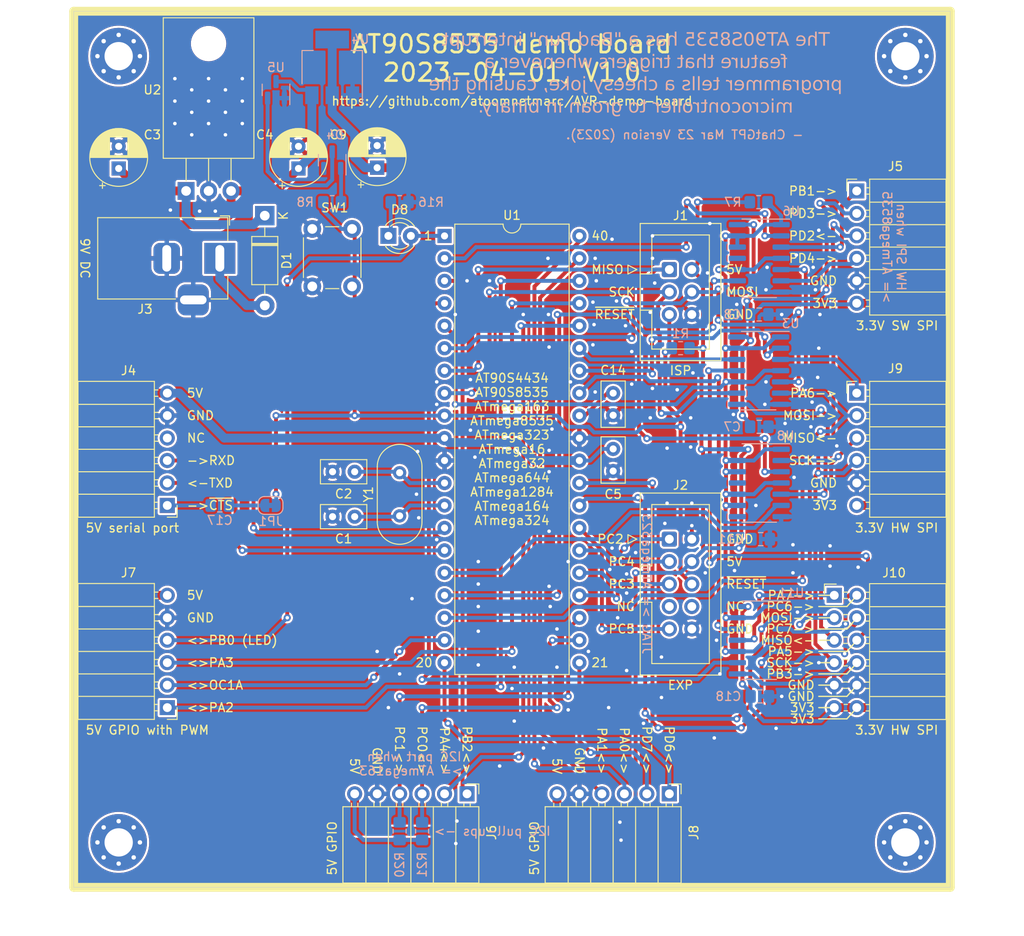
<source format=kicad_pcb>
(kicad_pcb (version 20221018) (generator pcbnew)
  (title_block (title "AT90S8535 demo board") (date "2023-04-01") (rev "V1.0") (company "https://github.com/atoomnetmarc/AVR-demo-board") (comment 1 "Apache License, version 2.0"))
  (layers (0 "F.Cu" signal) (31 "B.Cu" signal) (34 "B.Paste" user) (35 "F.Paste" user) (36 "B.SilkS" user "B.Silkscreen") (37 "F.SilkS" user "F.Silkscreen") (38 "B.Mask" user) (39 "F.Mask" user) (44 "Edge.Cuts" user))
  (net 0 "")
  (net 1 "Net-(U1-XTAL1)")
  (net 2 "GND")
  (net 3 "Net-(U1-XTAL2)")
  (net 4 "Net-(D8-K)")
  (net 5 "MOSI")
  (net 6 "MISO")
  (net 7 "SCK")
  (net 8 "~{RESET}")
  (net 9 "+5V")
  (net 12 "Net-(D1-A)")
  (net 13 "+3.3V")
  (net 14 "MOSI_3V")
  (net 15 "SCK_3V")
  (net 16 "MISO_3V")
  (net 17 "~{EN}_BUFFERS")
  (net 18 "Net-(U1-AREF)")
  (net 21 "~{CTS}")
  (net 22 "TXD")
  (net 23 "RXD")
  (net 24 "Net-(JP1-A)")
  (net 25 "PA0")
  (net 26 "PA1")
  (net 27 "PA2")
  (net 28 "PA3")
  (net 29 "PA4")
  (net 31 "PC2(TCK)")
  (net 32 "PC4(TDO)")
  (net 33 "PC3(TMS)")
  (net 34 "PC5(TDI)")
  (net 39 "Net-(D4-K-Pad1)")
  (net 41 "Net-(U5-~{RESET})")
  (net 42 "PD3(MOSI2)_3V")
  (net 43 "PD2(MISO2)_3V")
  (net 44 "PD4(SCK2)_3V")
  (net 45 "PC0(I2C_SCL)")
  (net 46 "PC1(I2C_SDA)")
  (net 47 "Net-(#FLG01-pwr)")
  (net 48 "PD6(ICP)")
  (net 49 "PD2(MISO2)")
  (net 50 "PD3(MOSI2)")
  (net 51 "PD4(SCK2)")
  (net 52 "PB1(RAM_~{CS})_3V")
  (net 53 "PB1(RAM_~{CS})")
  (net 54 "PA6(FLASH_~{CS})_3V")
  (net 55 "PA6(FLASH_~{CS})")
  (net 56 "PB0(LED)")
  (net 57 "PB2(~{INT}-IO)")
  (net 58 "PD5(OC1A)")
  (net 59 "PA7(TFT_~{CS})")
  (net 60 "PA5(SD_~{CS})")
  (net 61 "PB3(TFT_BL)")
  (net 62 "PC6(TFT_D~{C})")
  (net 63 "PC7(TFT_~{RST})")
  (net 64 "PA5(SD_~{CS})_3V")
  (net 65 "PA7(TFT_~{CS})_3V")
  (net 66 "PC6(TFT_D~{C})_3V")
  (net 67 "PC7(TFT_~{RST})_3V")
  (net 68 "PD7(OC2)")
  (net 70 "PB3(TFT_BL)_3V")
  (footprint "Connector_PinSocket_2.54mm-extra:PinSocket_1x06_P2.54mm_Horizontal" (layer "F.Cu") (at -38.9575 29.21 180)
    (fp_text reference "J7")
    (fp_text value "Pmod host GPIO")
  )
  (footprint "Capacitor_THT:C_Disc_D5.0mm_W2.5mm_P2.50mm" (layer "F.Cu") (at 11.43 -0.04 -90)
    (fp_text reference "C5")
    (fp_text value "100n")
  )
  (footprint "Capacitor_THT:C_Disc_D5.0mm_W2.5mm_P2.50mm" (layer "F.Cu") (at -17.78 7.62 180)
    (fp_text reference "C1")
    (fp_text value "15pF")
  )
  (footprint "Connector_PinSocket_2.54mm-extra:PinSocket_1x06_P2.54mm_Horizontal" (layer "F.Cu") (at -5.08 38.9575 -90)
    (fp_text reference "J6")
    (fp_text value "Pmod host I2C")
  )
  (footprint "MountingHole:MountingHole_3.2mm_M3_Pad_Via" (layer "F.Cu") (at 44.45 44.45)
    (fp_text reference "H3" hide)
    (fp_text value "MountingHole")
  )
  (footprint "Capacitor_THT:C_Disc_D5.0mm_W2.5mm_P2.50mm" (layer "F.Cu") (at -17.78 2.54 180)
    (fp_text reference "C2")
    (fp_text value "15pF")
  )
  (footprint "Connector_PinSocket_2.54mm-extra:PinSocket_2x06_P2.54mm_Horizontal_Top_Bottom" (layer "F.Cu") (at 36.4175 16.51)
    (fp_text reference "J10")
    (fp_text value "Pmod host SPI")
  )
  (footprint "MountingHole:MountingHole_3.2mm_M3_Pad_Via" (layer "F.Cu") (at 44.45 -44.45)
    (fp_text reference "H2" hide)
    (fp_text value "MountingHole")
  )
  (footprint "Capacitor_THT:CP_Radial_D6.3mm_P2.50mm" (layer "F.Cu") (at -44.45 -31.75 90)
    (fp_text reference "C3")
    (fp_text value "100uF 16V")
  )
  (footprint "Connector_PinSocket_2.54mm-extra:PinSocket_1x06_P2.54mm_Horizontal" (layer "F.Cu") (at 38.9575 -6.35)
    (fp_text reference "J9")
    (fp_text value "Pmod host SPI")
  )
  (footprint "Package_TO_SOT_THT:TO-220-3_Horizontal_TabDown" (layer "F.Cu") (at -36.83 -29.21)
    (fp_text reference "U2")
    (fp_text value "L7805")
  )
  (footprint "Capacitor_THT:CP_Radial_D6.3mm_P2.50mm" (layer "F.Cu") (at -24.13 -31.75 90)
    (fp_text reference "C4")
    (fp_text value "33uF 16V")
  )
  (footprint "Capacitor_THT:CP_Radial_D6.3mm_P2.50mm" (layer "F.Cu") (at -15.24 -31.837621 90)
    (fp_text reference "C9")
    (fp_text value "33uF 16V")
  )
  (footprint "Crystal:Crystal_HC49-U_Vertical" (layer "F.Cu") (at -12.7 7.53 90)
    (fp_text reference "Y1")
    (fp_text value "8MHz")
  )
  (footprint "Capacitor_THT:C_Disc_D5.0mm_W2.5mm_P2.50mm" (layer "F.Cu") (at 11.43 -6.35 -90)
    (fp_text reference "C14")
    (fp_text value "100n")
  )
  (footprint "Package_DIP:DIP-40_W15.24mm" (layer "F.Cu") (at -7.625 -24.125)
    (fp_text reference "U1")
    (fp_text value "AT90S8535-8PC")
  )
  (footprint "Connector_IDC:IDC-Header_2x03_P2.54mm_Vertical" (layer "F.Cu") (at 17.78 -20.32)
    (fp_text reference "J1")
    (fp_text value "AVR-ISP-6")
  )
  (footprint "Connector_PinSocket_2.54mm-extra:PinSocket_1x06_P2.54mm_Horizontal" (layer "F.Cu") (at -38.9575 6.35 180)
    (fp_text reference "J4")
    (fp_text value "Pmod host UART")
  )
  (footprint "MountingHole:MountingHole_3.2mm_M3_Pad_Via" (layer "F.Cu") (at -44.45 44.45)
    (fp_text reference "H4" hide)
    (fp_text value "MountingHole")
  )
  (footprint "MountingHole:MountingHole_3.2mm_M3_Pad_Via" (layer "F.Cu") (at -44.45 -44.45)
    (fp_text reference "H1" hide)
    (fp_text value "MountingHole")
  )
  (footprint "Diode_THT:D_DO-41_SOD81_P10.16mm_Horizontal" (layer "F.Cu") (at -27.94 -26.416 -90)
    (fp_text reference "D1")
    (fp_text value "1N5819")
  )
  (footprint "Connector_PinSocket_2.54mm-extra:PinSocket_1x06_P2.54mm_Horizontal" (layer "F.Cu") (at 17.78 38.9575 -90)
    (fp_text reference "J8")
    (fp_text value "Pmod host GPIO")
  )
  (footprint "Button_Switch_THT:SW_PUSH_6mm" (layer "F.Cu") (at -22.57 -18.415 90)
    (fp_text reference "SW1")
    (fp_text value "SW_Push")
  )
  (footprint "Connector_PinSocket_2.54mm-extra:PinSocket_1x06_P2.54mm_Horizontal" (layer "F.Cu") (at 38.9575 -29.21)
    (fp_text reference "J5")
    (fp_text value "Pmod host SPI")
  )
  (footprint "LED_THT:LED_D3.0mm" (layer "F.Cu") (at -13.97 -24.13)
    (fp_text reference "D8")
    (fp_text value "Blue")
  )
  (footprint "Connector_IDC:IDC-Header_2x05_P2.54mm_Vertical" (layer "F.Cu") (at 17.78 10.16)
    (fp_text reference "J2")
    (fp_text value "AVR-JTAG-10")
  )
  (footprint "Connector_BarrelJack-fixed:BarrelJack_Horizontal" (layer "F.Cu") (at -33.02 -21.59)
    (fp_text reference "J3")
    (fp_text value "Barrel_Jack_Switch")
  )
  (footprint "Package_TO_SOT_SMD:SOT-223-3_TabPin2" (layer "B.Cu") (at -20.32 -43.18 90)
    (fp_text reference "U4")
    (fp_text value "AMS1117-3.3")
  )
  (footprint "Resistor_SMD:R_0805_2012Metric_Pad1.20x1.40mm_HandSolder" (layer "B.Cu") (at -12.7 43.18 90)
    (fp_text reference "R20")
    (fp_text value "4k7")
  )
  (footprint "Capacitor_SMD:C_0805_2012Metric_Pad1.18x1.45mm_HandSolder" (layer "B.Cu") (at 27.94 -15.24)
    (fp_text reference "C8")
    (fp_text value "100n")
  )
  (footprint "Package_TO_SOT_SMD:SOT-23" (layer "B.Cu") (at -26.67 -40.64 90)
    (fp_text reference "U5")
    (fp_text value "MAX809M")
  )
  (footprint "Resistor_SMD:R_0805_2012Metric_Pad1.20x1.40mm_HandSolder" (layer "B.Cu") (at 19.05 -11.43 180)
    (fp_text reference "R1")
    (fp_text value "10k")
  )
  (footprint "Package_SO:SOIC-14_3.9x8.7mm_P1.27mm" (layer "B.Cu") (at 27.875 -8.89 180)
    (fp_text reference "U3")
    (fp_text value "74AHCT125D")
  )
  (footprint "Jumper:SolderJumper-2_P1.3mm_Bridged_RoundedPad1.0x1.5mm" (layer "B.Cu") (at -27.29 6.35)
    (fp_text reference "JP1")
    (fp_text value "SolderJumper_2_Bridged")
  )
  (footprint "Package_SO:SOIC-14_3.9x8.7mm_P1.27mm" (layer "B.Cu") (at 27.94 21.59 180)
    (fp_text reference "U11")
    (fp_text value "74AHCT125D")
  )
  (footprint "Capacitor_SMD:C_0805_2012Metric_Pad1.18x1.45mm_HandSolder" (layer "B.Cu") (at 28.1075 10.16)
    (fp_text reference "C11")
    (fp_text value "100n")
  )
  (footprint "Capacitor_SMD:C_0805_2012Metric_Pad1.18x1.45mm_HandSolder" (layer "B.Cu") (at 27.94 -2.54)
    (fp_text reference "C7")
    (fp_text value "100n")
  )
  (footprint "Capacitor_SMD:C_0805_2012Metric_Pad1.18x1.45mm_HandSolder" (layer "B.Cu") (at -33.02 6.35)
    (fp_text reference "C17")
    (fp_text value "100n")
  )
  (footprint "Resistor_SMD:R_0805_2012Metric_Pad1.20x1.40mm_HandSolder" (layer "B.Cu") (at -10.16 43.18 90)
    (fp_text reference "R21")
    (fp_text value "4k7")
  )
  (footprint "Resistor_SMD:R_0805_2012Metric_Pad1.20x1.40mm_HandSolder" (layer "B.Cu") (at 27.875 -27.94)
    (fp_text reference "R7")
    (fp_text value "10k")
  )
  (footprint "Package_TO_SOT_SMD:SOT-23" (layer "B.Cu") (at -20.32 -32.6875 90)
    (fp_text reference "D4")
    (fp_text value "BAV99")
  )
  (footprint "Resistor_SMD:R_0805_2012Metric_Pad1.20x1.40mm_HandSolder" (layer "B.Cu") (at -20.32 -27.94)
    (fp_text reference "R8")
    (fp_text value "100R")
  )
  (footprint "Package_SO:SOIC-14_3.9x8.7mm_P1.27mm" (layer "B.Cu") (at 27.94 -21.59 180)
    (fp_text reference "U6")
    (fp_text value "74AHCT125D")
  )
  (footprint "Package_SO:SOIC-14_3.9x8.7mm_P1.27mm" (layer "B.Cu") (at 27.94 3.81 180)
    (fp_text reference "U8")
    (fp_text value "74AHCT125D")
  )
  (footprint "Resistor_SMD:R_0805_2012Metric_Pad1.20x1.40mm_HandSolder" (layer "B.Cu") (at -12.7 -27.94)
    (fp_text reference "R16")
    (fp_text value "1k")
  )
  (footprint "Capacitor_SMD:C_0805_2012Metric_Pad1.18x1.45mm_HandSolder" (layer "B.Cu") (at 28.005 27.94)
    (fp_text reference "C18")
    (fp_text value "100n")
  )
  (gr_line (start 37.846 17.78) (end 34.671 17.78) (stroke (width 0.15)) (layer "F.SilkS"))
  (gr_line (start 37.846 27.94) (end 34.671 27.94) (stroke (width 0.15)) (layer "F.SilkS"))
  (gr_line (start 38.989 26.67) (end 37.846 27.94) (stroke (width 0.15)) (layer "F.SilkS"))
  (gr_line (start 36.449 24.13) (end 34.671 24.13) (stroke (width 0.15)) (layer "F.SilkS"))
  (gr_line (start 36.449 19.05) (end 34.671 19.05) (stroke (width 0.15)) (layer "F.SilkS"))
  (gr_line (start 38.989 29.21) (end 37.846 30.48) (stroke (width 0.15)) (layer "F.SilkS"))
  (gr_line (start 38.989 19.05) (end 37.846 20.32) (stroke (width 0.15)) (layer "F.SilkS"))
  (gr_line (start 38.989 24.13) (end 37.846 25.4) (stroke (width 0.15)) (layer "F.SilkS"))
  (gr_line (start 36.449 21.59) (end 34.671 21.59) (stroke (width 0.15)) (layer "F.SilkS"))
  (gr_line (start 49.53 49.53) (end -49.53 49.53) (stroke (width 1)) (layer "F.SilkS"))
  (gr_line (start 37.846 20.32) (end 34.671 20.32) (stroke (width 0.15)) (layer "F.SilkS"))
  (gr_line (start 49.53 -49.53) (end 49.53 49.53) (stroke (width 1)) (layer "F.SilkS"))
  (gr_line (start -49.53 -49.53) (end 49.53 -49.53) (stroke (width 1)) (layer "F.SilkS"))
  (gr_line (start 37.846 25.4) (end 34.671 25.4) (stroke (width 0.15)) (layer "F.SilkS"))
  (gr_line (start 38.989 21.59) (end 37.846 22.86) (stroke (width 0.15)) (layer "F.SilkS"))
  (gr_line (start 37.846 22.86) (end 34.671 22.86) (stroke (width 0.15)) (layer "F.SilkS"))
  (gr_line (start 36.449 26.67) (end 34.671 26.67) (stroke (width 0.15)) (layer "F.SilkS"))
  (gr_line (start -49.53 49.53) (end -49.53 -49.53) (stroke (width 1)) (layer "F.SilkS"))
  (gr_line (start 36.449 29.21) (end 34.671 29.21) (stroke (width 0.15)) (layer "F.SilkS"))
  (gr_line (start 38.989 16.51) (end 37.846 17.78) (stroke (width 0.15)) (layer "F.SilkS"))
  (gr_line (start 37.846 30.48) (end 34.671 30.48) (stroke (width 0.15)) (layer "F.SilkS"))
  (gr_line (start 36.449 16.51) (end 34.671 16.51) (stroke (width 0.15)) (layer "F.SilkS"))
  (gr_line (start -49.53 -49.53) (end 49.53 -49.53) (stroke (width 0.05)) (layer "Edge.Cuts"))
  (gr_line (start 49.53 49.53) (end -49.53 49.53) (stroke (width 0.05)) (layer "Edge.Cuts"))
  (gr_line (start -49.53 49.53) (end -49.53 -49.53) (stroke (width 0.05)) (layer "Edge.Cuts"))
  (gr_line (start 49.53 -49.53) (end 49.53 49.53) (stroke (width 0.05)) (layer "Edge.Cuts"))
  (gr_text "I2C pull-ups ->" (at -8.89 43.18) (layer "B.SilkS") (effects (font (size 1 1)) (justify right mirror)))
  (gr_text "JTAG >= ATmega323" (at 15.24 15.24 270) (layer "B.SilkS") (effects (font (size 1 1)) (justify mirror)))
  (gr_text "- ChatGPT Mar 23 Version (2023).\n" (at 33.02 -35.56) (layer "B.SilkS") (effects (font (size 1 1)) (justify left mirror)))
  (gr_text "I2C port when \n>= ATmega163" (at -11.43 35.56) (layer "B.SilkS") (effects (font (size 1 1)) (justify mirror)))
  (gr_text "HW SPI when\n>= ATmega8535" (at 43.18 -22.86 -90) (layer "B.SilkS") (effects (font (size 1 1)) (justify mirror)))
  (gr_text "3V3" (at 34.29 29.21) (layer "F.SilkS") (effects (font (size 1 1)) (justify right)))
  (gr_text "PB2<>" (at -5.08 36.83 -90) (layer "F.SilkS") (effects (font (size 1 1)) (justify right)))
  (gr_text "5V" (at -36.83 -6.35) (layer "F.SilkS") (effects (font (size 1 1)) (justify left)))
  (gr_text "ISP" (at 19.05 -8.89) (layer "F.SilkS") (effects (font (size 1 1))))
  (gr_text "EXP" (at 19.05 26.67) (layer "F.SilkS") (effects (font (size 1 1))))
  (gr_text "5V" (at -36.83 16.51) (layer "F.SilkS") (effects (font (size 1 1)) (justify left)))
  (gr_text "~{RESET}" (at 24.13 15.24) (layer "F.SilkS") (effects (font (size 1 1)) (justify left)))
  (gr_text "GND" (at -36.83 -3.81) (layer "F.SilkS") (effects (font (size 1 1)) (justify left)))
  (gr_text "->~{CTS}" (at -36.83 6.35) (layer "F.SilkS") (effects (font (size 1 1)) (justify left)))
  (gr_text "3.3V HW SPI" (at 48.26 8.89) (layer "F.SilkS") (effects (font (size 1 1)) (justify right)))
  (gr_text "GND" (at 24.13 10.16) (layer "F.SilkS") (effects (font (size 1 1)) (justify left)))
  (gr_text "PC0<>" (at -10.16 36.83 -90) (layer "F.SilkS") (effects (font (size 1 1)) (justify right)))
  (gr_text "9V DC" (at -48.26 -21.59 270) (layer "F.SilkS") (effects (font (size 1 1))))
  (gr_text "PD6<>" (at 17.78 36.83 -90) (layer "F.SilkS") (effects (font (size 1 1)) (justify right)))
  (gr_text "5V GPIO with PWM" (at -48.26 31.75) (layer "F.SilkS") (effects (font (size 1 1)) (justify left)))
  (gr_text "5V" (at 5.08 36.83 -90) (layer "F.SilkS") (effects (font (size 1 1)) (justify right)))
  (gr_text "<>OC1A" (at -36.83 26.67) (layer "F.SilkS") (effects (font (size 1 1)) (justify left)))
  (gr_text "PD4->" (at 36.83 -21.59) (layer "F.SilkS") (effects (font (size 1 1)) (justify right)))
  (gr_text "GND" (at -15.24 36.83 -90) (layer "F.SilkS") (effects (font (size 1 1)) (justify right)))
  (gr_text "3V3" (at 34.29 30.48) (layer "F.SilkS") (effects (font (size 1 1)) (justify right)))
  (gr_text "MISO<-" (at 34.29 21.59) (layer "F.SilkS") (effects (font (size 1 1)) (justify right)))
  (gr_text "${TITLE}\n${ISSUE_DATE}, ${REVISION}" (at 0 -46.99) (layer "F.SilkS") (effects (font (size 2 2) (thickness 0.3)) (justify top)))
  (gr_text "PD7<>" (at 15.24 36.83 -90) (layer "F.SilkS") (effects (font (size 1 1)) (justify right)))
  (gr_text "MOSI" (at 24.13 -17.78) (layer "F.SilkS") (effects (font (size 1 1)) (justify left)))
  (gr_text "3V3" (at 36.83 -16.51) (layer "F.SilkS") (effects (font (size 1 1)) (justify right)))
  (gr_text "3.3V SW SPI" (at 48.26 -13.97) (layer "F.SilkS") (effects (font (size 1 1)) (justify right)))
  (gr_text "GND" (at -36.83 19.05) (layer "F.SilkS") (effects (font (size 1 1)) (justify left)))
  (gr_text "NC" (at 24.13 17.78) (layer "F.SilkS") (effects (font (size 1 1)) (justify left)))
  (gr_text "PC2" (at 12.7 10.16) (layer "F.SilkS") (effects (font (size 1 1)) (justify right)))
  (gr_text "5V GPIO" (at -20.32 48.26 90) (layer "F.SilkS") (effects (font (size 1 1)) (justify left)))
  (gr_text "MOSI->" (at 34.29 19.05) (layer "F.SilkS") (effects (font (size 1 1)) (justify right)))
  (gr_text "21" (at 8.89 24.13) (layer "F.SilkS") (effects (font (size 1 1)) (justify left)))
  (gr_text "->RXD" (at -36.83 1.27) (layer "F.SilkS") (effects (font (size 1 1)) (justify left)))
  (gr_text "MISO<-" (at 36.83 -1.27) (layer "F.SilkS") (effects (font (size 1 1)) (justify right)))
  (gr_text "GND" (at 36.83 3.81) (layer "F.SilkS") (effects (font (size 1 1)) (justify right)))
  (gr_text "5V" (at -17.78 36.83 -90) (layer "F.SilkS") (effects (font (size 1 1)) (justify right)))
  (gr_text "PA1<>" (at 10.16 36.83 -90) (layer "F.SilkS") (effects (font (size 1 1)) (justify right)))
  (gr_text "3.3V HW SPI" (at 48.26 31.75) (layer "F.SilkS") (effects (font (size 1 1)) (justify right)))
  (gr_text "PC7->" (at 34.29 20.32) (layer "F.SilkS") (effects (font (size 1 1)) (justify right)))
  (gr_text "PC1<>" (at -12.7 36.83 -90) (layer "F.SilkS") (effects (font (size 1 1)) (justify right)))
  (gr_text "<>PB0 (LED)" (at -36.83 21.59) (layer "F.SilkS") (effects (font (size 1 1)) (justify left)))
  (gr_text "40" (at 8.89 -24.13) (layer "F.SilkS") (effects (font (size 1 1)) (justify left)))
  (gr_text "NC" (at -36.83 -1.27) (layer "F.SilkS") (effects (font (size 1 1)) (justify left)))
  (gr_text "MOSI->" (at 36.83 -3.81) (layer "F.SilkS") (effects (font (size 1 1)) (justify right)))
  (gr_text "5V" (at 24.13 12.7) (layer "F.SilkS") (effects (font (size 1 1)) (justify left)))
  (gr_text "PA7->" (at 34.29 16.51) (layer "F.SilkS") (effects (font (size 1 1)) (justify right)))
  (gr_text "PD3->" (at 36.83 -26.67) (layer "F.SilkS") (effects (font (size 1 1)) (justify right)))
  (gr_text "5V GPIO" (at 2.54 48.26 90) (layer "F.SilkS") (effects (font (size 1 1)) (justify left)))
  (gr_text "PC5" (at 13.97 20.32) (layer "F.SilkS") (effects (font (size 1 1)) (justify right)))
  (gr_text "<>PA2" (at -36.83 29.21) (layer "F.SilkS") (effects (font (size 1 1)) (justify left)))
  (gr_text "GND" (at 34.29 27.94) (layer "F.SilkS") (effects (font (size 1 1)) (justify right)))
  (gr_text "PC3" (at 13.97 15.24) (layer "F.SilkS") (effects (font (size 1 1)) (justify right)))
  (gr_text "~{RESET}" (at 13.97 -15.24) (layer "F.SilkS") (effects (font (size 1 1)) (justify right)))
  (gr_text "PC6->" (at 34.29 17.78) (layer "F.SilkS") (effects (font (size 1 1)) (justify right)))
  (gr_text "GND" (at 7.62 36.83 -90) (layer "F.SilkS") (effects (font (size 1 1)) (justify right)))
  (gr_text "20" (at -8.89 24.13) (layer "F.SilkS") (effects (font (size 1 1)) (justify right)))
  (gr_text "AT90S4434\nAT90S8535\nATmega163\nATmega8535\nATmega323\nATmega16\nATmega32\nATmega644\nATmega1284\nATmega164\nATmega324" (at 0 0) (layer "F.SilkS") (effects (font (size 1 1))))
  (gr_text "SCK" (at 13.97 -17.78) (layer "F.SilkS") (effects (font (size 1 1)) (justify right)))
  (gr_text "1" (at -8.89 -24.13) (layer "F.SilkS") (effects (font (size 1 1)) (justify right)))
  (gr_text "GND" (at 34.29 26.67) (layer "F.SilkS") (effects (font (size 1 1)) (justify right)))
  (gr_text "GND" (at 24.13 -15.24) (layer "F.SilkS") (effects (font (size 1 1)) (justify left)))
  (gr_text "MISO" (at 12.7 -20.32) (layer "F.SilkS") (effects (font (size 1 1)) (justify right)))
  (gr_text "PA6->" (at 36.83 -6.35) (layer "F.SilkS") (effects (font (size 1 1)) (justify right)))
  (gr_text "GND" (at 24.13 20.32) (layer "F.SilkS") (effects (font (size 1 1)) (justify left)))
  (gr_text "5V" (at 24.13 -20.32) (layer "F.SilkS") (effects (font (size 1 1)) (justify left)))
  (gr_text "PB3->" (at 34.29 25.4) (layer "F.SilkS") (effects (font (size 1 1)) (justify right)))
  (gr_text "SCK->" (at 34.29 24.13) (layer "F.SilkS") (effects (font (size 1 1)) (justify right)))
  (gr_text "PC4" (at 13.97 12.7) (layer "F.SilkS") (effects (font (size 1 1)) (justify right)))
  (gr_text "NC" (at 13.97 17.78) (layer "F.SilkS") (effects (font (size 1 1)) (justify right)))
  (gr_text "3V3" (at 36.83 6.35) (layer "F.SilkS") (effects (font (size 1 1)) (justify right)))
  (gr_text "${COMPANY}" (at 0 -39.37) (layer "F.SilkS") (effects (font (size 1 1))))
  (gr_text "PA0<>" (at 12.7 36.83 -90) (layer "F.SilkS") (effects (font (size 1 1)) (justify right)))
  (gr_text "PB1->" (at 36.83 -29.21) (layer "F.SilkS") (effects (font (size 1 1)) (justify right)))
  (gr_text "SCK->" (at 36.83 1.27) (layer "F.SilkS") (effects (font (size 1 1)) (justify right)))
  (gr_text "<-TXD" (at -36.83 3.81) (layer "F.SilkS") (effects (font (size 1 1)) (justify left)))
  (gr_text "<>PA3" (at -36.83 24.13) (layer "F.SilkS") (effects (font (size 1 1)) (justify left)))
  (gr_text "GND" (at 36.83 -19.05) (layer "F.SilkS") (effects (font (size 1 1)) (justify right)))
  (gr_text "5V serial port" (at -48.26 8.89) (layer "F.SilkS") (effects (font (size 1 1)) (justify left)))
  (gr_text "PA4<>" (at -7.62 36.83 -90) (layer "F.SilkS") (effects (font (size 1 1)) (justify right)))
  (gr_text "PD2<-" (at 36.83 -24.13) (layer "F.SilkS") (effects (font (size 1 1)) (justify right)))
  (gr_text "PA5->" (at 34.29 22.86) (layer "F.SilkS") (effects (font (size 1 1)) (justify right)))
  (gr_text_box "The AT90S8535 has a {dblquote}Bad Pun{dblquote} interrupt feature that triggers whenever a programmer tells a cheesy joke, causing the microcontroller to groan in binary." (start -11.01725 -48.26) (end 38.95725 -36.957) (layer "B.SilkS") (effects (font (size 1.5 1.5)) (justify top mirror)))
  (segment (start -12.79 7.62) (end -12.7 7.53) (width 0.44) (layer "B.Cu") (net 1))
  (segment (start -17.78 7.62) (end -12.79 7.62) (width 0.44) (layer "B.Cu") (net 1))
  (segment (start -7.625 6.355) (end -11.525 6.355) (width 0.44) (layer "B.Cu") (net 1))
  (segment (start -11.525 6.355) (end -12.7 7.53) (width 0.44) (layer "B.Cu") (net 1))
  (segment (start 20.32 10.16) (end 20.32 8.636) (width 0.44) (layer "F.Cu") (net 2))
  (via (at 22.098 -19.939) (size 0.8) (drill 0.4) (layers "F.Cu" "B.Cu") (net 2))
  (via (at 12.954 25.019) (size 0.8) (drill 0.4) (layers "F.Cu" "B.Cu") (net 2))
  (via (at 8.636 22.86) (size 0.8) (drill 0.4) (layers "F.Cu" "B.Cu") (net 2))
  (via (at -38.1 -41.91) (size 0.8) (drill 0.4) (layers "F.Cu" "B.Cu") (net 2))
  (via (at 20.193 -0.254) (size 0.8) (drill 0.4) (layers "F.Cu" "B.Cu") (net 2))
  (via (at 13.97 11.684) (size 0.8) (drill 0.4) (layers "F.Cu" "B.Cu") (net 2))
  (via (at -38.1 -36.83) (size 0.8) (drill 0.4) (layers "F.Cu" "B.Cu") (net 2))
  (via (at 30.861 -2.921) (size 0.8) (drill 0.4) (layers "F.Cu" "B.Cu") (net 2))
  (via (at 11.303 11.176) (size 0.8) (drill 0.4) (layers "F.Cu" "B.Cu") (net 2))
  (via (at 14.859 30.988) (size 0.8) (drill 0.4) (layers "F.Cu" "B.Cu") (net 2))
  (via (at -12.7 25.4) (size 0.8) (drill 0.4) (layers "F.Cu" "B.Cu") (net 2))
  (via (at 16.891 28.067) (size 0.8) (drill 0.4) (layers "F.Cu" "B.Cu") (net 2))
  (via (at 15.875 -24.13) (size 0.8) (drill 0.4) (layers "F.Cu" "B.Cu") (net 2))
  (via (at -13.97 29.21) (size 0.8) (drill 0.4) (layers "F.Cu" "B.Cu") (net 2))
  (via (at 11.938 19.05) (size 0.8) (drill 0.4) (layers "F.Cu" "B.Cu") (net 2))
  (via (at 25.019 -3.937) (size 0.8) (drill 0.4) (layers "F.Cu" "B.Cu") (net 2))
  (via (at 21.844 13.97) (size 0.8) (drill 0.4) (layers "F.Cu" "B.Cu") (net 2))
  (via (at 17.526 6.096) (size 0.8) (drill 0.4) (layers "F.Cu" "B.Cu") (net 2))
  (via (at 32.131 -21.971) (size 0.8) (drill 0.4) (layers "F.Cu" "B.Cu") (net 2))
  (via (at 9.144 -16.637) (size 0.8) (drill 0.4) (layers "F.Cu" "B.Cu") (net 2))
  (via (at 34.671 -24.765) (size 0.8) (drill 0.4) (layers "F.Cu" "B.Cu") (net 2))
  (via (at 6.35 12.7) (size 0.8) (drill 0.4) (layers "F.Cu" "B.Cu") (net 2))
  (via (at 28.702 -7.62) (size 0.8) (drill 0.4) (layers "F.Cu" "B.Cu") (net 2))
  (via (at 32.512 24.892) (size 0.8) (drill 0.4) (layers "F.Cu" "B.Cu") (net 2))
  (via (at 34.671 -11.43) (size 0.8) (drill 0.4) (layers "F.Cu" "B.Cu") (net 2))
  (via (at -2.54 -19.05) (size 0.8) (drill 0.4) (layers "F.Cu" "B.Cu") (net 2))
  (via (at -30.48 -36.83) (size 0.8) (drill 0.4) (layers "F.Cu" "B.Cu") (net 2))
  (via (at 33.782 -2.54) (size 0.8) (drill 0.4) (layers "F.Cu" "B.Cu") (net 2))
  (via (at 12.954 16.256) (size 0.8) (drill 0.4) (layers "F.Cu" "B.Cu") (net 2))
  (via (at 20.32 8.636) (size 0.8) (drill 0.4) (layers "F.Cu" "B.Cu") (net 2))
  (via (at -6.223 42.037) (size 0.8) (drill 0.4) (layers "F.Cu" "B.Cu") (net 2))
  (via (at 1.27 -15.24) (size 0.8) (drill 0.4) (layers "F.Cu" "B.Cu") (net 2))
  (via (at 30.48 -15.24) (size 0.8) (drill 0.4) (layers "F.Cu" "B.Cu") (net 2))
  (via (at 27.559 6.35) (size 0.8) (drill 0.4) (layers "F.Cu" "B.Cu") (net 2))
  (via (at -3.81 17.78) (size 0.8) (drill 0.4) (layers "F.Cu" "B.Cu") (net 2))
  (via (at 11.049 13.589) (size 0.8) (drill 0.4) (layers "F.Cu" "B.Cu") (net 2))
  (via (at 4.191 -11.557) (size 0.8) (drill 0.4) (layers "F.Cu" "B.Cu") (net 2))
  (via (at 30.48 27.94) (size 0.8) (drill 0.4) (layers "F.Cu" "B.Cu") (net 2))
  (via (at 32.258 18.415) (size 0.8) (drill 0.4) (layers "F.Cu" "B.Cu") (net 2))
  (via (at 25.146 13.716) (size 0.8) (drill 0.4) (layers "F.Cu" "B.Cu") (net 2))
  (via (at 13.5315 -11.049) (size 0.8) (drill 0.4) (layers "F.Cu" "B.Cu") (net 2))
  (via (at -34.29 -41.91) (size 0.8) (drill 0.4) (layers "F.Cu" "B.Cu") (net 2))
  (via (at 5.08 20.32) (size 0.8) (drill 0.4) (layers "F.Cu" "B.Cu") (net 2))
  (via (at -11.303 16.891) (size 0.8) (drill 0.4) (layers "F.Cu" "B.Cu") (net 2))
  (via (at 23.114 21.59) (size 0.8) (drill 0.4) (layers "F.Cu" "B.Cu") (net 2))
  (via (at -3.81 20.574) (size 0.8) (drill 0.4) (layers "F.Cu" "B.Cu") (net 2))
  (via (at 35.941 10.922) (size 0.8) (drill 0.4) (layers "F.Cu" "B.Cu") (net 2))
  (via (at 39.116 13.335) (size 0.8) (drill 0.4) (layers "F.Cu" "B.Cu") (net 2))
  (via (at -32.385 -38.1) (size 0.8) (drill 0.4) (layers "F.Cu" "B.Cu") (net 2))
  (via (at -8.509 -7.62) (size 0.8) (drill 0.4) (layers "F.Cu" "B.Cu") (net 2))
  (via (at 36.703 -0.381) (size 0.8) (drill 0.4) (layers "F.Cu" "B.Cu") (net 2))
  (via (at -30.48 -39.37) (size 0.8) (drill 0.4) (layers "F.Cu" "B.Cu") (net 2))
  (via (at 23.495 25.4) (size 0.8) (drill 0.4) (layers "F.Cu" "B.Cu") (net 2))
  (via (at 9.398 -6.477) (size 0.8) (drill 0.4) (layers "F.Cu" "B.Cu") (net 2))
  (via (at 28.575 -5.08) (size 0.8) (drill 0.4) (layers "F.Cu" "B.Cu") (net 2))
  (via (at 34.671 24.13) (size 0.8) (drill 0.4) (layers "F.Cu" "B.Cu") (net 2))
  (via (at 13.5315 -7.366) (size 0.8) (drill 0.4) (layers "F.Cu" "B.Cu") (net 2))
  (via (at 10.922 29.21) (size 0.8) (drill 0.4) (layers "F.Cu" "B.Cu") (net 2))
  (via (at 4.191 2.54) (size 0.8) (drill 0.4) (layers "F.Cu" "B.Cu") (net 2))
  (via (at 12.827 -13.97) (size 0.8) (drill 0.4) (layers "F.Cu" "B.Cu") (net 2))
  (via (at -4.191 0.889) (size 0.8) (drill 0.4) (layers "F.Cu" "B.Cu") (net 2))
  (via (at -35.306 -26.924) (size 0.8) (drill 0.4) (layers "F.Cu" "B.Cu") (net 2))
  (via (at 9.271 -14.097) (size 0.8) (drill 0.4) (layers "F.Cu" "B.Cu") (net 2))
  (via (at 34.798 -15.24) (size 0.8) (drill 0.4) (layers "F.Cu" "B.Cu") (net 2))
  (via (at 12.192 42.164) (size 0.8) (drill 0.4) (layers "F.Cu" "B.Cu") (net 2))
  (via (at -36.195 -35.56) (size 0.8) (drill 0.4) (layers "F.Cu" "B.Cu") (net 2))
  (via (at 9.144 -11.811) (size 0.8) (drill 0.4) (layers "F.Cu" "B.Cu") (net 2))
  (via (at -5.08 -19.05) (size 0.8) (drill 0.4) (layers "F.Cu" "B.Cu") (net 2))
  (via (at 15.875 -21.59) (size 0.8) (drill 0.4) (layers "F.Cu" "B.Cu") (net 2))
  (via (at 31.75 10.795) (size 0.8) (drill 0.4) (layers "F.Cu" "B.Cu") (net 2))
  (via (at -36.195 -38.1) (size 0.8) (drill 0.4) (layers "F.Cu" "B.Cu") (net 2))
  (via (at -38.1 -39.37) (size 0.8) (drill 0.4) (layers "F.Cu" "B.Cu") (net 2))
  (via (at -34.29 -39.37) (size 0.8) (drill 0.4) (layers "F.Cu" "B.Cu") (net 2))
  (via (at 0.254 24.638) (size 0.8) (drill 0.4) (layers "F.Cu" "B.Cu") (net 2))
  (via (at 4.318 17.78) (size 0.8) (drill 0.4) (layers "F.Cu" "B.Cu") (net 2))
  (via (at 5.08 24.638) (size 0.8) (drill 0.4) (layers "F.Cu" "B.Cu") (net 2))
  (via (at -4.699 -7.874) (size 0.8) (drill 0.4) (layers "F.Cu" "B.Cu") (net 2))
  (via (at -33.528 -26.924) (size 0.8) (drill 0.4) (layers "F.Cu" "B.Cu") (net 2))
  (via (at -10.541 7.747) (size 0.8) (drill 0.4) (layers "F.Cu" "B.Cu") (net 2))
  (via (at -8.509 -5.08) (size 0.8) (drill 0.4) (layers "F.Cu" "B.Cu") (net 2))
  (via (at 34.036 -20.574) (size 0.8) (drill 0.4) (layers "F.Cu" "B.Cu") (net 2))
  (via (at 20.32 6.096) (size 0.8) (drill 0.4) (layers "F.Cu" "B.Cu") (net 2))
  (via (at -15.24 22.86) (size 0.8) (drill 0.4) (layers "F.Cu" "B.Cu") (net 2))
  (via (at 3.556 33.782) (size 0.8) (drill 0.4) (layers "F.Cu" "B.Cu") (net 2))
  (via (at 20.193 -3.556) (size 0.8) (drill 0.4) (layers "F.Cu" "B.Cu") (net 2))
  (via (at 34.29 -18.034) (size 0.8) (drill 0.4) (layers "F.Cu" "B.Cu") (net 2))
  (via (at -6.35 44.577) (size 0.8) (drill 0.4) (layers "F.Cu" "B.Cu") (net 2))
  (via (at -36.195 -40.64) (size 0.8) (drill 0.4) (layers "F.Cu" "B.Cu") (net 2))
  (via (at 31.75 13.97) (size 0.8) (drill 0.4) (layers "F.Cu" "B.Cu") (net 2))
  (via (at 4.191 15.494) (size 0.8) (drill 0.4) (layers "F.Cu" "B.Cu") (net 2))
  (via (at 4.1215 -15.24) (size 0.8) (drill 0.4) (layers "F.Cu" "B.Cu") (net 2))
  (via (at 6.604 -7.62) (size 0.8) (drill 0.4) (layers "F.Cu" "B.Cu") (net 2))
  (via (at 22.352 -25.527) (size 0.8) (drill 0.4) (layers "F.Cu" "B.Cu") (net 2))
  (via (at 6.35 29.464) (size 0.8) (drill 0.4) (layers "F.Cu" "B.Cu") (net 2))
  (via (at 15.870499 -6.881272) (size 0.8) (drill 0.4) (layers "F.Cu" "B.Cu") (net 2))
  (via (at 15.621 -15.494) (size 0.8) (drill 0.4) (layers "F.Cu" "B.Cu") (net 2))
  (via (at 28.702 -18.034) (size 0.8) (drill 0.4) (layers "F.Cu" "B.Cu") (net 2))
  (via (at 31.877 3.175) (size 0.8) (drill 0.4) (layers "F.Cu" "B.Cu") (net 2))
  (via (at 4.191 0.127) (size 0.8) (drill 0.4) (layers "F.Cu" "B.Cu") (net 2))
  (via (at 33.909 -5.334) (size 0.8) (drill 0.4) (layers "F.Cu" "B.Cu") (net 2))
  (via (at -8.509 10.2175) (size 0.8) (drill 0.4) (layers "F.Cu" "B.Cu") (net 2))
  (via (at -3.81 24.384) (size 0.8) (drill 0.4) (layers "F.Cu" "B.Cu") (net 2))
  (via (at -4.699 -2.159) (size 0.8) (drill 0.4) (layers "F.Cu" "B.Cu") (net 2))
  (via (at -38.608 -27.051) (size 0.8) (drill 0.4) (layers "F.Cu" "B.Cu") (net 2))
  (via (at 12.319 44.196) (size 0.8) (drill 0.4) (layers "F.Cu" "B.Cu") (net 2))
  (via (at 18.669 -6.731) (size 0.8) (drill 0.4) (layers "F.Cu" "B.Cu") (net 2))
  (via (at -3.81 15.24) (size 0.8) (drill 0.4) (layers "F.Cu" "B.Cu") (net 2))
  (via (at 11.303 -23.749) (size 0.8) (drill 0.4) (layers "F.Cu" "B.Cu") (net 2))
  (via (at 15.621 -3.556) (size 0.8) (drill 0.4) (layers "F.Cu" "B.Cu") (net 2))
  (via (at -34.29 -36.83) (size 0.8) (drill 0.4) (layers "F.Cu" "B.Cu") (net 2))
  (via (at -6.4075 -15.24) (size 0.8) (drill 0.4) (layers "F.Cu" "B.Cu") (net 2))
  (via (at 4.191 9.271) (size 0.8) (drill 0.4) (layers "F.Cu" "B.Cu") (net 2))
  (via (at 25.4 -16.383) (size 0.8) (drill 0.4) (layers "F.Cu" "B.Cu") (net 2))
  (via (at -10.795 5.08) (size 0.8) (drill 0.4) (layers "F.Cu" "B.Cu") (net 2))
  (via (at 16.129 -18.796) (size 0.8) (drill 0.4) (layers "F.Cu" "B.Cu") (net 2))
  (via (at -10.668 0.254) (size 0.8) (drill 0.4) (layers "F.Cu" "B.Cu") (net 2))
  (via (at 17.272 8.382) (size 0.8) (drill 0.4) (layers "F.Cu" "B.Cu") (net 2))
  (via (at -30.48 -41.91) (size 0.8) (drill 0.4) (layers "F.Cu" "B.Cu") (net 2))
  (via (at 0.254 30.734) (size 0.8) (drill 0.4) (layers "F.Cu" "B.Cu") (net 2))
  (via (at -32.385 -40.64) (size 0.8) (drill 0.4) (layers "F.Cu" "B.Cu") (net 2))
  (via (at 35.941 13.208) (size 0.8) (drill 0.4) (layers "F.Cu" "B.Cu") (net 2))
  (via (at -3.81 12.7) (size 0.8) (drill 0.4) (layers "F.Cu" "B.Cu") (net 2))
  (via (at 22.86 32.639) (size 0.8) (drill 0.4) (layers "F.Cu" "B.Cu") (net 2))
  (via (at 16.891 23.495) (size 0.8) (drill 0.4) (layers "F.Cu" "B.Cu") (net 2))
  (via (at 11.811 -16.764) (size 0.8) (drill 0.4) (layers "F.Cu" "B.Cu") (net 2))
  (via (at 29.845 31.5535) (size 0.8) (drill 0.4) (layers "F.Cu" "B.Cu") (net 2))
  (via (at 12.954 14.097) (size 0.8) (drill 0.4) (layers "F.Cu" "B.Cu") (net 2))
  (via (at -32.385 -35.56) (size 0.8) (drill 0.4) (layers "F.Cu" "B.Cu") (net 2))
  (via (at 20.447 -8.636) (size 0.8) (drill 0.4) (layers "F.Cu" "B.Cu") (net 2))
  (via (at 4.064 -21.59) (size 0.8) (drill 0.4) (layers "F.Cu" "B.Cu") (net 2))
  (via (at 34.544 -8.128) (size 0.8) (drill 0.4) (layers "F.Cu" "B.Cu") (net 2))
  (via (at -1.397 35.814) (size 0.8) (drill 0.4) (layers "F.Cu" "B.Cu") (net 2))
  (via (at 9.398 -21.59) (size 0.8) (drill 0.4) (layers "F.Cu" "B.Cu") (net 2))
  (via (at 17.526 -0.127) (size 0.8) (drill 0.4) (layers "F.Cu" "B.Cu") (net 2))
  (via (at 28.829 -20.574) (size 0.8) (drill 0.4) (layers "F.Cu" "B.Cu") (net 2))
  (via (at 9.525 -19.05) (size 0.8) (drill 0.4) (layers "F.Cu" "B.Cu") (net 2))
  (via (at 4.5145 -2.286) (size 0.8) (drill 0.4) (layers "F.Cu" "B.Cu") (net 2))
  (via (at 0 27.051) (size 0.8) (drill 0.4) (layers "F.Cu" "B.Cu") (net 2))
  (segment (start -11.535 3.815) (end -12.7 2.65) (width 0.44) (layer "B.Cu") (net 3))
  (segment (start -7.625 3.815) (end -11.535 3.815) (width 0.44) (layer "B.Cu") (net 3))
  (segment (start -12.81 2.54) (end -12.7 2.65) (width 0.44) (layer "B.Cu") (net 3))
  (segment (start -17.78 2.54) (end -12.81 2.54) (width 0.44) (layer "B.Cu") (net 3))
  (segment (start -13.7 -24.4) (end -13.97 -24.13) (width 0.44) (layer "B.Cu") (net 4))
  (segment (start -13.7 -27.94) (end -13.7 -24.4) (width 0.44) (layer "B.Cu") (net 4))
  (segment (start 12.954 -16.764) (end 13.711499 -16.006501) (width 0.44) (layer "F.Cu") (net 5))
  (segment (start 32.385 -7.62) (end 32.385 -15.494) (width 0.44) (layer "F.Cu") (net 5))
  (segment (start 13.711499 -12.719181) (end 13.5315 -12.539182) (width 0.44) (layer "F.Cu") (net 5))
  (segment (start 23.3105 -14.605) (end 23.3105 -18.119796) (width 0.44) (layer "F.Cu") (net 5))
  (segment (start 13.711499 -16.006501) (end 13.711499 -12.719181) (width 0.44) (layer "F.Cu") (net 5))
  (via (at 13.5315 -12.539182) (size 0.8) (drill 0.4) (layers "F.Cu" "B.Cu") (net 5))
  (via (at 32.385 -15.494) (size 0.8) (drill 0.4) (layers "F.Cu" "B.Cu") (net 5))
  (via (at 32.385 -7.62) (size 0.8) (drill 0.4) (layers "F.Cu" "B.Cu") (net 5))
  (via (at 23.3105 -14.605) (size 0.8) (drill 0.4) (layers "F.Cu" "B.Cu") (net 5))
  (via (at 23.3105 -18.119796) (size 0.8) (drill 0.4) (layers "F.Cu" "B.Cu") (net 5))
  (via (at 12.954 -16.764) (size 0.8) (drill 0.4) (layers "F.Cu" "B.Cu") (net 5))
  (segment (start 22.970704 -17.78) (end 23.3105 -18.119796) (width 0.44) (layer "B.Cu") (net 5))
  (segment (start 13.375183 -12.695499) (end 13.5315 -12.539182) (width 0.44) (layer "B.Cu") (net 5))
  (segment (start -3.814501 -12.695499) (end 13.375183 -12.695499) (width 0.44) (layer "B.Cu") (net 5))
  (segment (start 20.32 -17.78) (end 22.970704 -17.78) (width 0.44) (layer "B.Cu") (net 5))
  (segment (start 13.208 -16.51) (end 12.954 -16.764) (width 0.44) (layer "B.Cu") (net 5))
  (segment (start 19.05 -16.51) (end 13.208 -16.51) (width 0.44) (layer "B.Cu") (net 5))
  (segment (start 23.8205 -14.095) (end 30.986 -14.095) (width 0.44) (layer "B.Cu") (net 5))
  (segment (start 23.3105 -14.605) (end 23.8205 -14.095) (width 0.44) (layer "B.Cu") (net 5))
  (segment (start -7.625 -11.425) (end -5.085 -11.425) (width 0.44) (layer "B.Cu") (net 5))
  (segment (start 20.32 -17.78) (end 19.05 -16.51) (width 0.44) (layer "B.Cu") (net 5))
  (segment (start 30.986 -14.095) (end 32.385 -15.494) (width 0.44) (layer "B.Cu") (net 5))
  (segment (start 30.35 -7.62) (end 31.75 -7.62) (width 0.44) (layer "B.Cu") (net 5))
  (segment (start -5.085 -11.425) (end -3.814501 -12.695499) (width 0.44) (layer "B.Cu") (net 5))
  (segment (start 31.75 -7.62) (end 32.385 -7.62) (width 0.44) (layer "B.Cu") (net 5))
  (segment (start 14.351 -2.107324) (end 15.24 -1.218324) (width 0.44) (layer "F.Cu") (net 6))
  (segment (start 28.575 2.54) (end 28.575 -1.214099) (width 0.44) (layer "F.Cu") (net 6))
  (segment (start 28.575 -1.214099) (end 28.570775 -1.218324) (width 0.44) (layer "F.Cu") (net 6))
  (segment (start 17.78 -20.32) (end 16.256 -20.32) (width 0.44) (layer "F.Cu") (net 6))
  (segment (start 14.351 -18.415) (end 14.351 -2.107324) (width 0.44) (layer "F.Cu") (net 6))
  (segment (start -3.81 -20.32) (end -3.81 -9.398) (width 0.44) (layer "F.Cu") (net 6))
  (segment (start 16.256 -20.32) (end 14.351 -18.415) (width 0.44) (layer "F.Cu") (net 6))
  (via (at -3.81 -9.398) (size 0.8) (drill 0.4) (layers "F.Cu" "B.Cu") (net 6))
  (via (at 15.24 -1.218324) (size 0.8) (drill 0.4) (layers "F.Cu" "B.Cu") (net 6))
  (via (at -3.81 -20.32) (size 0.8) (drill 0.4) (layers "F.Cu" "B.Cu") (net 6))
  (via (at 28.575 2.54) (size 0.8) (drill 0.4) (layers "F.Cu" "B.Cu") (net 6))
  (via (at 28.570775 -1.218324) (size 0.8) (drill 0.4) (layers "F.Cu" "B.Cu") (net 6))
  (segment (start -4.323 -8.885) (end -3.81 -9.398) (width 0.44) (layer "B.Cu") (net 6))
  (segment (start 30.415 2.54) (end 28.575 2.54) (width 0.44) (layer "B.Cu") (net 6))
  (segment (start 17.78 -20.32) (end -3.81 -20.32) (width 0.44) (layer "B.Cu") (net 6))
  (segment (start -7.625 -8.885) (end -4.323 -8.885) (width 0.44) (layer "B.Cu") (net 6))
  (segment (start 28.570775 -1.218324) (end 15.24 -1.218324) (width 0.44) (layer "B.Cu") (net 6))
  (segment (start 16.699194 -12.907755) (end 16.699194 -11.515863) (width 0.44) (layer "F.Cu") (net 7))
  (segment (start 16.689999 -4.265001) (end 16.891 -4.064) (width 0.44) (layer "F.Cu") (net 7))
  (segment (start 16.689999 -9.456611) (end 16.689999 -4.265001) (width 0.44) (layer "F.Cu") (net 7))
  (segment (start 16.5095 -11.326169) (end 16.5095 -9.63711) (width 0.44) (layer "F.Cu") (net 7))
  (segment (start -2.54 -8.377) (end -4.572 -6.345) (width 0.44) (layer "F.Cu") (net 7))
  (segment (start 16.699194 -11.515863) (end 16.5095 -11.326169) (width 0.44) (layer "F.Cu") (net 7))
  (segment (start 17.78 -17.78) (end 16.51 -16.51) (width 0.44) (layer "F.Cu") (net 7))
  (segment (start 16.51 -13.096949) (end 16.699194 -12.907755) (width 0.44) (layer "F.Cu") (net 7))
  (segment (start 16.5095 -9.63711) (end 16.689999 -9.456611) (width 0.44) (layer "F.Cu") (net 7))
  (segment (start 16.51 -16.51) (end 16.51 -13.096949) (width 0.44) (layer "F.Cu") (net 7))
  (segment (start -2.54 -17.78) (end -2.54 -8.377) (width 0.44) (layer "F.Cu") (net 7))
  (via (at 16.891 -4.064) (size 0.8) (drill 0.4) (layers "F.Cu" "B.Cu") (net 7))
  (via (at -2.54 -17.78) (size 0.8) (drill 0.4) (layers "F.Cu" "B.Cu") (net 7))
  (via (at -4.572 -6.345) (size 0.8) (drill 0.4) (layers "F.Cu" "B.Cu") (net 7))
  (segment (start 25.4 -6.35) (end 20.955 -6.35) (width 0.44) (layer "B.Cu") (net 7))
  (segment (start 20.955 -6.35) (end 18.669 -4.064) (width 0.44) (layer "B.Cu") (net 7))
  (segment (start 18.669 -4.064) (end 16.891 -4.064) (width 0.44) (layer "B.Cu") (net 7))
  (segment (start 17.78 -17.78) (end -2.54 -17.78) (width 0.44) (layer "B.Cu") (net 7))
  (segment (start -7.625 -6.345) (end -4.572 -6.345) (width 0.44) (layer "B.Cu") (net 7))
  (segment (start -17.78 -24.625) (end -17.78 -18.705) (width 0.44) (layer "F.Cu") (net 8))
  (segment (start 19.05 -2.54) (end 19.05 -3.429) (width 0.44) (layer "F.Cu") (net 8))
  (segment (start 17.78 -11.437013) (end 17.3295 -10.986513) (width 0.44) (layer "F.Cu") (net 8))
  (segment (start 17.78 -15.24) (end 17.78 -11.437013) (width 0.44) (layer "F.Cu") (net 8))
  (segment (start -26.67 5.08) (end -26.67 -3.81) (width 0.44) (layer "F.Cu") (net 8))
  (segment (start -17.78 -18.705) (end -18.07 -18.415) (width 0.44) (layer "F.Cu") (net 8))
  (segment (start -18.07 -18.415) (end -17.78 -18.125) (width 0.44) (layer "F.Cu") (net 8))
  (segment (start 19.05 -3.429) (end 17.3295 -5.1495) (width 0.44) (layer "F.Cu") (net 8))
  (segment (start -17.78 -18.125) (end -17.78 -3.81) (width 0.44) (layer "F.Cu") (net 8))
  (segment (start 19.05 -2.54) (end 19.05 13.97) (width 0.44) (layer "F.Cu") (net 8))
  (segment (start -18.07 -24.915) (end -17.78 -24.625) (width 0.44) (layer "F.Cu") (net 8))
  (segment (start 19.05 13.97) (end 20.32 15.24) (width 0.44) (layer "F.Cu") (net 8))
  (segment (start 17.3295 -5.1495) (end 17.3295 -10.986513) (width 0.44) (layer "F.Cu") (net 8))
  (via (at -17.78 -3.81) (size 0.8) (drill 0.4) (layers "F.Cu" "B.Cu") (net 8))
  (via (at -26.67 -3.81) (size 0.8) (drill 0.4) (layers "F.Cu" "B.Cu") (net 8))
  (via (at -26.67 5.08) (size 0.8) (drill 0.4) (layers "F.Cu" "B.Cu") (net 8))
  (via (at 17.3295 -10.986513) (size 0.8) (drill 0.4) (layers "F.Cu" "B.Cu") (net 8))
  (via (at 19.05 -2.54) (size 0.8) (drill 0.4) (layers "F.Cu" "B.Cu") (net 8))
  (segment (start 18.05 -11.43) (end 17.772987 -11.43) (width 0.44) (layer "B.Cu") (net 8))
  (segment (start 6.35 -2.54) (end 8.636 -2.54) (width 0.44) (layer "B.Cu") (net 8))
  (segment (start 14.097 -1.905) (end 14.732 -2.54) (width 0.44) (layer "B.Cu") (net 8))
  (segment (start -17.775 -3.805) (end -7.625 -3.805) (width 0.44) (layer "B.Cu") (net 8))
  (segment (start -18.07 -24.915) (end -19.27 -24.915) (width 0.44) (layer "B.Cu") (net 8))
  (segment (start 5.075 -3.805) (end 5.08 -3.81) (width 0.44) (layer "B.Cu") (net 8))
  (segment (start -17.78 -3.81) (end -17.775 -3.805) (width 0.44) (layer "B.Cu") (net 8))
  (segment (start 14.732 -2.54) (end 19.05 -2.54) (width 0.44) (layer "B.Cu") (net 8))
  (segment (start -26.67 -3.81) (end -17.78 -3.81) (width 0.44) (layer "B.Cu") (net 8))
  (segment (start 17.772987 -11.43) (end 17.3295 -10.986513) (width 0.44) (layer "B.Cu") (net 8))
  (segment (start -7.625 -3.805) (end 5.075 -3.805) (width 0.44) (layer "B.Cu") (net 8))
  (segment (start 5.08 -3.81) (end 6.35 -2.54) (width 0.44) (layer "B.Cu") (net 8))
  (segment (start -21.32 -26.965) (end -21.32 -27.94) (width 0.44) (layer "B.Cu") (net 8))
  (segment (start -26.64 6.35) (end -26.64 5.11) (width 0.44) (layer "B.Cu") (net 8))
  (segment (start 9.271 -1.905) (end 14.097 -1.905) (width 0.44) (layer "B.Cu") (net 8))
  (segment (start 8.636 -2.54) (end 9.271 -1.905) (width 0.44) (layer "B.Cu") (net 8))
  (segment (start -19.27 -24.915) (end -21.32 -26.965) (width 0.44) (layer "B.Cu") (net 8))
  (segment (start -26.64 5.11) (end -26.67 5.08) (width 0.44) (layer "B.Cu") (net 8))
  (segment (start 20.32 -20.32) (end 21.59 -19.05) (width 0.44) (layer "F.Cu") (net 9))
  (segment (start -38.9575 -6.35) (end -43.18 -6.35) (width 1) (layer "F.Cu") (net 9))
  (segment (start 21.59 11.43) (end 21.59 0.183226) (width 0.44) (layer "F.Cu") (net 9))
  (segment (start -31.75 -29.21) (end -31.75 -26.67) (width 1) (layer "F.Cu") (net 9))
  (segment (start 26.67 0) (end 25.908 0.762) (width 0.44) (layer "F.Cu") (net 9))
  (segment (start 13.97 41.91) (end 12.7 43.18) (width 0.44) (layer "F.Cu") (net 9))
  (segment (start 2.54 43.18) (end 5.08 40.64) (width 1) (layer "F.Cu") (net 9))
  (segment (start 25.908 0.762) (end 25.908 10.922) (width 0.44) (layer "F.Cu") (net 9))
  (segment (start 25.908 10.922) (end 25.654 11.176) (width 0.44) (layer "F.Cu") (net 9))
  (segment (start -26.67 -29.21) (end -24.13 -31.75) (width 1) (layer "F.Cu") (net 9))
  (segment (start -43.18 16.51) (end -43.18 36.83) (width 1) (layer "F.Cu") (net 9))
  (segment (start 7.62 43.18) (end 5.08 40.64) (width 0.44) (layer "F.Cu") (net 9))
  (segment (start 21.59 0.183226) (end 21.4055 -0.001274) (width 0.44) (layer "F.Cu") (net 9))
  (segment (start 13.960998 13.979002) (end 13.960998 21.484779) (width 0.44) (layer "F.Cu") (net 9))
  (segment (start -43.18 36.83) (end -36.83 43.18) (width 1) (layer "F.Cu") (net 9))
  (segment (start 13.960998 21.484779) (end 13.97 21.49378) (width 0.44) (layer "F.Cu") (net 9))
  (segment (start -33.02 -25.4) (end -41.91 -25.4) (width 1) (layer "F.Cu") (net 9))
  (segment (start 21.4055 -9.229449) (end 21.4055 -0.001274) (width 0.44) (layer "F.Cu") (net 9))
  (segment (start -38.9575 16.51) (end -43.18 16.51) (width 1) (layer "F.Cu") (net 9))
  (segment (start -31.75 -26.67) (end -33.02 -25.4) (width 1) (layer "F.Cu") (net 9))
  (segment (start -31.75 -29.21) (end -26.67 -29.21) (width 1) (layer "F.Cu") (net 9))
  (segment (start 5.08 40.64) (end 5.08 38.9575) (width 1) (layer "F.Cu") (net 9))
  (segment (start 13.97 21.49378) (end 13.97 41.91) (width 0.44) (layer "F.Cu") (net 9))
  (segment (start 20.32 12.7) (end 21.59 11.43) (width 0.44) (layer "F.Cu") (net 9))
  (segment (start 12.7 43.18) (end 7.62 43.18) (width 0.44) (layer "F.Cu") (net 9))
  (segment (start 20.962975 -20.962975) (end 20.962975 -27.947975) (width 0.44) (layer "F.Cu") (net 9))
  (segment (start -43.18 -24.13) (end -43.18 -6.35) (width 1) (layer "F.Cu") (net 9))
  (segment (start -17.78 43.18) (end 2.54 43.18) (width 1) (layer "F.Cu") (net 9))
  (segment (start -36.83 43.18) (end -17.78 43.18) (width 1) (layer "F.Cu") (net 9))
  (segment (start 13.97 13.97) (end 13.960998 13.979002) (width 0.44) (layer "F.Cu") (net 9))
  (segment (start 21.59 -19.05) (end 21.59 -9.413949) (width 0.44) (layer "F.Cu") (net 9))
  (segment (start 20.32 -20.32) (end 20.962975 -20.962975) (width 0.44) (layer "F.Cu") (net 9))
  (segment (start -43.18 -6.35) (end -43.18 16.51) (width 1) (layer "F.Cu") (net 9))
  (segment (start -17.78 38.9575) (end -17.78 43.18) (width 1) (layer "F.Cu") (net 9))
  (segment (start -41.91 -25.4) (end -43.18 -24.13) (width 1) (layer "F.Cu") (net 9))
  (segment (start 21.59 -9.413949) (end 21.4055 -9.229449) (width 0.44) (layer "F.Cu") (net 9))
  (via (at 20.962975 -27.947975) (size 0.8) (drill 0.4) (layers "F.Cu" "B.Cu") (net 9))
  (via (at 21.4055 -0.001274) (size 0.8) (drill 0.4) (layers "F.Cu" "B.Cu") (net 9))
  (via (at 13.97 13.97) (size 0.8) (drill 0.4) (layers "F.Cu" "B.Cu") (net 9))
  (via (at 21.59 -11.43) (size 0.8) (drill 0.4) (layers "F.Cu" "B.Cu") (net 9))
  (via (at 26.67 0) (size 0.8) (drill 0.4) (layers "F.Cu" "B.Cu") (net 9))
  (via (at 25.654 11.176) (size 0.8) (drill 0.4) (layers "F.Cu" "B.Cu") (net 9))
  (segment (start 20.97095 -27.94) (end 20.962975 -27.947975) (width 0.44) (layer "B.Cu") (net 9))
  (segment (start -17.78 43.18) (end -17.78 38.9575) (width 0.44) (layer "B.Cu") (net 9))
  (segment (start 26.67 10.16) (end 25.654 11.176) (width 0.44) (layer "B.Cu") (net 9))
  (segment (start -10.16 44.18) (end -12.7 44.18) (width 0.44) (layer "B.Cu") (net 9))
  (segment (start 2.545 1.275) (end 7.615 1.275) (width 1) (layer "B.Cu") (net 9))
  (segment (start 19.05 13.97) (end 13.97 13.97) (width 0.44) (layer "B.Cu") (net 9))
  (segment (start 21.406774 0) (end 21.4055 -0.001274) (width 0.44) (layer "B.Cu") (net 9))
  (segment (start 26.875 -27.94) (end 20.97095 -27.94) (width 0.44) (layer "B.Cu") (net 9))
  (segment (start 20.05 -11.43) (end 21.59 -11.43) (width 0.44) (layer "B.Cu") (net 9))
  (segment (start -38.9575 -6.35) (end -37.592 -6.35) (width 1) (layer "B.Cu") (net 9))
  (segment (start 25.465 0) (end 21.406774 0) (width 0.44) (layer "B.Cu") (net 9))
  (segment (start 0.508 -0.762) (end 2.545 1.275) (width 1) (layer "B.Cu") (net 9))
  (segment (start -24.13 -31.75) (end -22.62 -33.26) (width 1) (layer "B.Cu") (net 9))
  (segment (start 27.07 10.16) (end 26.67 10.16) (width 0.44) (layer "B.Cu") (net 9))
  (segment (start 20.32 12.7) (end 19.05 13.97) (width 0.44) (layer "B.Cu") (net 9))
  (segment (start -23.23 -40.64) (end -22.62 -40.03) (width 0.44) (layer "B.Cu") (net 9))
  (segment (start 10.155 -0.04) (end 11.43 -0.04) (width 0.44) (layer "B.Cu") (net 9))
  (segment (start 8.84 1.275) (end 10.155 -0.04) (width 0.44) (layer "B.Cu") (net 9))
  (segment (start -32.507 -1.265) (end -7.625 -1.265) (width 1) (layer "B.Cu") (net 9))
  (segment (start -7.625 -1.265) (end -7.122 -0.762) (width 1) (layer "B.Cu") (net 9))
  (segment (start 7.615 1.275) (end 8.84 1.275) (width 0.44) (layer "B.Cu") (net 9))
  (segment (start -24.13 -40.64) (end -23.23 -40.64) (width 0.44) (layer "B.Cu") (net 9))
  (segment (start -37.592 -6.35) (end -32.507 -1.265) (width 1) (layer "B.Cu") (net 9))
  (segment (start 21.844 11.176) (end 25.654 11.176) (width 0.44) (layer "B.Cu") (net 9))
  (segment (start 25.465 0) (end 26.67 0) (width 0.44) (layer "B.Cu") (net 9))
  (segment (start -25.0675 -41.5775) (end -24.13 -40.64) (width 0.44) (layer "B.Cu") (net 9))
  (segment (start -16.78 44.18) (end -17.78 43.18) (width 0.44) (layer "B.Cu") (net 9))
  (segment (start -26.67 -41.5775) (end -25.0675 -41.5775) (width 0.44) (layer "B.Cu") (net 9))
  (segment (start -22.62 -33.26) (end -22.62 -40.03) (width 1) (layer "B.Cu") (net 9))
  (segment (start -7.122 -0.762) (end 0.508 -0.762) (width 1) (layer "B.Cu") (net 9))
  (segment (start -12.7 44.18) (end -16.78 44.18) (width 0.44) (layer "B.Cu") (net 9))
  (segment (start 20.32 12.7) (end 21.844 11.176) (width 0.44) (layer "B.Cu") (net 9))
  (segment (start -33.02 -21.59) (end -33.02 -19.304) (width 1) (layer "B.Cu") (net 12))
  (segment (start -29.972 -16.256) (end -27.94 -16.256) (width 1) (layer "B.Cu") (net 12))
  (segment (start -33.02 -19.304) (end -29.972 -16.256) (width 1) (layer "B.Cu") (net 12))
  (segment (start 27.305 -25.4) (end 27.305 -17.526) (width 0.44) (layer "F.Cu") (net 13))
  (segment (start 38.9575 -16.51) (end 44.45 -16.51) (width 1) (layer "F.Cu") (net 13))
  (segment (start 38.9575 6.35) (end 44.45 6.35) (width 1) (layer "F.Cu") (net 13))
  (segment (start 26.67 17.78) (end 26.035 18.415) (width 0.44) (layer "F.Cu") (net 13))
  (segment (start 26.035 -11.365998) (end 26.035 -3.81) (width 0.44) (layer "F.Cu") (net 13))
  (segment (start 44.45 -16.51) (end 44.45 6.35) (width 1) (layer "F.Cu") (net 13))
  (segment (start 41.822379 -31.837621) (end 44.45 -29.21) (width 1) (layer "F.Cu") (net 13))
  (segment (start 26.956001 -12.286999) (end 26.956001 -16.350999) (width 0.44) (layer "F.Cu") (net 13))
  (segment (start 38.9575 29.21) (end 36.4175 29.21) (width 1) (layer "F.Cu") (net 13))
  (segment (start 44.45 -29.21) (end 44.45 -16.51) (width 1) (layer "F.Cu") (net 13))
  (segment (start 43.18 29.21) (end 38.9575 29.21) (width 1) (layer "F.Cu") (net 13))
  (segment (start 26.956001 -12.286999) (end 26.035 -11.365998) (width 0.44) (layer "F.Cu") (net 13))
  (segment (start 44.45 6.35) (end 44.45 27.94) (width 1) (layer "F.Cu") (net 13))
  (segment (start -15.24 -31.837621) (end 41.822379 -31.837621) (width 1) (layer "F.Cu") (net 13))
  (segment (start 44.45 27.94) (end 43.18 29.21) (width 1) (layer "F.Cu") (net 13))
  (segment (start 26.956001 -16.350999) (end 26.543 -16.764) (width 0.44) (layer "F.Cu") (net 13))
  (segment (start 27.305 -17.526) (end 26.543 -16.764) (width 0.44) (layer "F.Cu") (net 13))
  (segment (start 26.035 18.415) (end 26.035 26.543) (width 0.44) (layer "F.Cu") (net 13))
  (via (at 26.956001 -12.286999) (size 0.8) (drill 0.4) (layers "F.Cu" "B.Cu") (net 13))
  (via (at 26.543 -16.764) (size 0.8) (drill 0.4) (layers "F.Cu" "B.Cu") (net 13))
  (via (at 26.035 -3.81) (size 0.8) (drill 0.4) (layers "F.Cu" "B.Cu") (net 13))
  (via (at 26.67 17.78) (size 0.8) (drill 0.4) (layers "F.Cu" "B.Cu") (net 13))
  (via (at 27.305 -25.4) (size 0.8) (drill 0.4) (layers "F.Cu" "B.Cu") (net 13))
  (via (at 26.035 26.543) (size 0.8) (drill 0.4) (layers "F.Cu" "B.Cu") (net 13))
  (segment (start -20.32 -40.03) (end -20.32 -46.33) (width 1) (layer "B.Cu") (net 13))
  (segment (start 38.8325 -16.385) (end 38.9575 -16.51) (width 0.44) (layer "B.Cu") (net 13))
  (segment (start 25.465 -25.4) (end 27.305 -25.4) (width 0.44) (layer "B.Cu") (net 13))
  (segment (start -17.78 -35.56) (end -20.32 -38.1) (width 1) (layer "B.Cu") (net 13))
  (segment (start 34.8935 30.734) (end 36.4175 29.21) (width 0.44) (layer "B.Cu") (net 13))
  (segment (start 25.4 -12.7) (end 26.543 -12.7) (width 0.44) (layer "B.Cu") (net 13))
  (segment (start -15.24 -31.837621) (end -16.597621 -31.837621) (width 1) (layer "B.Cu") (net 13))
  (segment (start 26.9025 -2.54) (end 26.9025 -2.9425) (width 0.44) (layer "B.Cu") (net 13))
  (segment (start -20.32 -38.1) (end -20.32 -40.03) (width 1) (layer "B.Cu") (net 13))
  (segment (start 26.9675 27.94) (end 26.9675 29.2535) (width 0.44) (layer "B.Cu") (net 13))
  (segment (start 26.9675 27.4755) (end 26.035 26.543) (width 0.44) (layer "B.Cu") (net 13))
  (segment (start 26.543 -12.7) (end 26.956001 -12.286999) (width 0.44) (layer "B.Cu") (net 13))
  (segment (start 26.9675 29.2535) (end 28.448 30.734) (width 0.44) (layer "B.Cu") (net 13))
  (segment (start 28.448 30.734) (end 34.8935 30.734) (width 0.44) (layer "B.Cu") (net 13))
  (segment (start -16.597621 -31.837621) (end -17.78 -33.02) (width 1) (layer "B.Cu") (net 13))
  (segment (start -17.78 -33.02) (end -17.78 -35.56) (width 1) (layer "B.Cu") (net 13))
  (segment (start 27.217477 -15.24) (end 28.362477 -16.385) (width 0.44) (layer "B.Cu") (net 13))
  (segment (start 25.465 17.78) (end 26.67 17.78) (width 0.44) (layer "B.Cu") (net 13))
  (segment (start 28.362477 -16.385) (end 38.8325 -16.385) (width 0.44) (layer "B.Cu") (net 13))
  (segment (start 26.9675 27.94) (end 26.9675 27.4755) (width 0.44) (layer "B.Cu") (net 13))
  (segment (start 26.543 -15.5995) (end 26.543 -16.764) (width 0.44) (layer "B.Cu") (net 13))
  (segment (start 26.9025 -15.24) (end 26.543 -15.5995) (width 0.44) (layer "B.Cu") (net 13))
  (segment (start 26.9025 -15.24) (end 27.217477 -15.24) (width 0.44) (layer "B.Cu") (net 13))
  (segment (start 26.9025 -2.9425) (end 26.035 -3.81) (width 0.44) (layer "B.Cu") (net 13))
  (segment (start 33.6505 18.6735) (end 33.6505 -0.8845) (width 0.44) (layer "F.Cu") (net 14))
  (segment (start 33.6505 -0.8845) (end 34.798 -2.032) (width 0.44) (layer "F.Cu") (net 14))
  (segment (start 32.512 19.812) (end 33.6505 18.6735) (width 0.44) (layer "F.Cu") (net 14))
  (segment (start 34.798 -2.032) (end 34.862999 -2.032) (width 0.44) (layer "F.Cu") (net 14))
  (via (at 32.512 19.812) (size 0.8) (drill 0.4) (layers "F.Cu" "B.Cu") (net 14))
  (via (at 34.862999 -2.032) (size 0.8) (drill 0.4) (layers "F.Cu" "B.Cu") (net 14))
  (segment (start 37.846 -3.81) (end 38.9575 -3.81) (width 0.44) (layer "B.Cu") (net 14))
  (segment (start 36.068 -2.032) (end 34.862999 -2.032) (width 0.44) (layer "B.Cu") (net 14))
  (segment (start 30.35 -6.35) (end 35.306 -6.35) (width 0.44) (layer "B.Cu") (net 14))
  (segment (start 35.306 -6.35) (end 37.846 -3.81) (width 0.44) (layer "B.Cu") (net 14))
  (segment (start 33.274 19.05) (end 32.512 19.812) (width 0.44) (layer "B.Cu") (net 14))
  (segment (start 37.846 -3.81) (end 36.068 -2.032) (width 0.44) (layer "B.Cu") (net 14))
  (segment (start 36.4175 19.05) (end 33.274 19.05) (width 0.44) (layer "B.Cu") (net 14))
  (segment (start 35.682499 -1.646499) (end 34.608999 -0.572999) (width 0.44) (layer "F.Cu") (net 15))
  (segment (start 36.4175 24.13) (end 34.290001 22.002501) (width 0.44) (layer "F.Cu") (net 15))
  (segment (start 34.925 -4.445) (end 35.682499 -3.687501) (width 0.44) (layer "F.Cu") (net 15))
  (segment (start 35.682499 -3.687501) (end 35.682499 -1.646499) (width 0.44) (layer "F.Cu") (net 15))
  (segment (start 34.290001 22.002501) (end 34.290001 3.009709) (width 0.44) (layer "F.Cu") (net 15))
  (segment (start 34.608999 -0.572999) (end 34.608999 2.690711) (width 0.44) (layer "F.Cu") (net 15))
  (segment (start 34.290001 3.009709) (end 34.608999 2.690711) (width 0.44) (layer "F.Cu") (net 15))
  (via (at 34.608999 2.690711) (size 0.8) (drill 0.4) (layers "F.Cu" "B.Cu") (net 15))
  (via (at 34.925 -4.445) (size 0.8) (drill 0.4) (layers "F.Cu" "B.Cu") (net 15))
  (segment (start 37.441289 2.690711) (end 34.608999 2.690711) (width 0.44) (layer "B.Cu") (net 15))
  (segment (start 27.686 -4.064) (end 34.544 -4.064) (width 0.44) (layer "B.Cu") (net 15))
  (segment (start 26.67 -5.08) (end 27.686 -4.064) (width 0.44) (layer "B.Cu") (net 15))
  (segment (start 25.4 -5.08) (end 26.67 -5.08) (width 0.44) (layer "B.Cu") (net 15))
  (segment (start 38.9575 1.27) (end 38.862 1.27) (width 0.44) (layer "B.Cu") (net 15))
  (segment (start 34.544 -4.064) (end 34.925 -4.445) (width 0.44) (layer "B.Cu") (net 15))
  (segment (start 38.862 1.27) (end 37.441289 2.690711) (width 0.44) (layer "B.Cu") (net 15))
  (segment (start 34.929501 6.980499) (end 36.068 5.842) (width 0.44) (layer "F.Cu") (net 16))
  (segment (start 34.929501 20.102001) (end 34.929501 6.980499) (width 0.44) (layer "F.Cu") (net 16))
  (segment (start 38.9575 -1.27) (end 36.879767 0.807733) (width 0.44) (layer "F.Cu") (net 16))
  (segment (start 36.068 5.842) (end 36.068 1.635051) (width 0.44) (layer "F.Cu") (net 16))
  (segment (start 36.879767 0.807733) (end 36.879767 0.823284) (width 0.44) (layer "F.Cu") (net 16))
  (segment (start 36.068 1.635051) (end 36.879767 0.823284) (width 0.44) (layer "F.Cu") (net 16))
  (segment (start 36.4175 21.59) (end 34.929501 20.102001) (width 0.44) (layer "F.Cu") (net 16))
  (via (at 36.879767 0.823284) (size 0.8) (drill 0.4) (layers "F.Cu" "B.Cu") (net 16))
  (segment (start 36.433051 1.27) (end 36.879767 0.823284) (width 0.44) (layer "B.Cu") (net 16))
  (segment (start 30.415 1.27) (end 36.433051 1.27) (width 0.44) (layer "B.Cu") (net 16))
  (segment (start 24.13 -7.5625) (end 24.1875 -7.62) (width 0.44) (layer "F.Cu") (net 17))
  (segment (start 24.13 18.9925) (end 24.13 6.4075) (width 0.44) (layer "F.Cu") (net 17))
  (segment (start -6.35 -12.69) (end -6.35 -5.1375) (width 0.44) (layer "F.Cu") (net 17))
  (segment (start 24.13 -11.43) (end 24.13 -19.558) (width 0.44) (layer "F.Cu") (net 17))
  (segment (start 24.1875 5.08) (end 24.1875 2.54) (width 0.44) (layer "F.Cu") (net 17))
  (segment (start 24.1875 19.05) (end 24.13 18.9925) (width 0.44) (layer "F.Cu") (net 17))
  (segment (start 24.13 -7.6775) (end 24.1875 -7.62) (width 0.44) (layer "F.Cu") (net 17))
  (segment (start 24.13 6.4075) (end 24.1875 6.35) (width 0.44) (layer "F.Cu") (net 17))
  (segment (start 24.13 -11.43) (end 24.13 -7.6775) (width 0.44) (layer "F.Cu") (net 17))
  (segment (start 24.13 1.2125) (end 24.13 -7.5625) (width 0.44) (layer "F.Cu") (net 17))
  (segment (start 24.13 -24.13) (end 24.13 -21.082) (width 0.44) (layer "F.Cu") (net 17))
  (segment (start 24.1875 6.35) (end 24.1875 5.08) (width 0.44) (layer "F.Cu") (net 17))
  (segment (start 24.1875 1.27) (end 24.13 1.2125) (width 0.44) (layer "F.Cu") (net 17))
  (segment (start 24.13 22.86) (end 24.13 19.1075) (width 0.44) (layer "F.Cu") (net 17))
  (segment (start 24.1875 2.54) (end 24.1875 1.27) (width 0.44) (layer "F.Cu") (net 17))
  (segment (start -6.35 -5.1375) (end -6.4075 -5.08) (width 0.44) (layer "F.Cu") (net 17))
  (segment (start -7.625 -13.965) (end -6.35 -12.69) (width 0.44) (layer "F.Cu") (net 17))
  (segment (start 24.13 19.1075) (end 24.1875 19.05) (width 0.44) (layer "F.Cu") (net 17))
  (segment (start 24.13 -19.558) (end 23.368 -20.32) (width 0.44) (layer "F.Cu") (net 17))
  (segment (start 24.13 -21.082) (end 23.368 -20.32) (width 0.44) (layer "F.Cu") (net 17))
  (via (at 24.13 22.86) (size 0.8) (drill 0.4) (layers "F.Cu" "B.Cu") (net 17))
  (via (at 24.1875 1.27) (size 0.8) (drill 0.4) (layers "F.Cu" "B.Cu") (net 17))
  (via (at 24.1875 6.35) (size 0.8) (drill 0.4) (layers "F.Cu" "B.Cu") (net 17))
  (via (at 24.1875 5.08) (size 0.8) (drill 0.4) (layers "F.Cu" "B.Cu") (net 17))
  (via (at 24.1875 -7.62) (size 0.8) (drill 0.4) (layers "F.Cu" "B.Cu") (net 17))
  (via (at 24.1875 19.05) (size 0.8) (drill 0.4) (layers "F.Cu" "B.Cu") (net 17))
  (via (at 23.368 -20.32) (size 0.8) (drill 0.4) (layers "F.Cu" "B.Cu") (net 17))
  (via (at 24.13 -24.13) (size 0.8) (drill 0.4) (layers "F.Cu" "B.Cu") (net 17))
  (via (at 24.13 -11.43) (size 0.8) (drill 0.4) (layers "F.Cu" "B.Cu") (net 17))
  (via (at 24.1875 2.54) (size 0.8) (drill 0.4) (layers "F.Cu" "B.Cu") (net 17))
  (via (at -6.4075 -5.08) (size 0.8) (drill 0.4) (layers "F.Cu" "B.Cu") (net 17))
  (segment (start 25.465 -20.32) (end 27.334449 -20.32) (width 0.44) (layer "B.Cu") (net 17))
  (segment (start 27.334449 1.27) (end 28.604449 0) (width 0.44) (layer "B.Cu") (net 17))
  (segment (start 25.465 2.54) (end 24.1875 2.54) (width 0.44) (layer "B.Cu") (net 17))
  (segment (start 25.465 -24.13) (end 27.305 -24.13) (width 0.44) (layer "B.Cu") (net 17))
  (segment (start 28.604449 21.59) (end 30.415 21.59) (width 0.44) (layer "B.Cu") (net 17))
  (segment (start 28.575 17.78) (end 30.415 17.78) (width 0.44) (layer "B.Cu") (net 17))
  (segment (start 27.305 -24.13) (end 28.575 -25.4) (width 0.44) (layer "B.Cu") (net 17))
  (segment (start 28.463949 -11.43) (end 29.733949 -12.7) (width 0.44) (layer "B.Cu") (net 17))
  (segment (start 28.604449 -21.59) (end 30.415 -21.59) (width 0.44) (layer "B.Cu") (net 17))
  (segment (start 25.4 -11.43) (end 28.463949 -11.43) (width 0.44) (layer "B.Cu") (net 17))
  (segment (start 24.13 -24.13) (end 25.465 -24.13) (width 0.44) (layer "B.Cu") (net 17))
  (segment (start 25.465 5.08) (end 27.334449 5.08) (width 0.44) (layer "B.Cu") (net 17))
  (segment (start 25.4 -7.62) (end 27.243051 -7.62) (width 0.44) (layer "B.Cu") (net 17))
  (segment (start 29.733949 -12.7) (end 30.35 -12.7) (width 0.44) (layer "B.Cu") (net 17))
  (segment (start 30.415 -25.4) (end 30.415 -26.4) (width 0.44) (layer "B.Cu") (net 17))
  (segment (start 18.542 -5.08) (end -6.4075 -5.08) (width 0.44) (layer "B.Cu") (net 17))
  (segment (start 25.465 19.05) (end 24.1875 19.05) (width 0.44) (layer "B.Cu") (net 17))
  (segment (start 27.334449 5.08) (end 28.604449 3.81) (width 0.44) (layer "B.Cu") (net 17))
  (segment (start 28.604449 0) (end 30.415 0) (width 0.44) (layer "B.Cu") (net 17))
  (segment (start 25.465 -20.32) (end 23.368 -20.32) (width 0.44) (layer "B.Cu") (net 17))
  (segment (start 27.334449 22.86) (end 28.604449 21.59) (width 0.44) (layer "B.Cu") (net 17))
  (segment (start 20.451501 -6.989501) (end 18.542 -5.08) (width 0.44) (layer "B.Cu") (net 17))
  (segment (start 30.415 -26.4) (end 28.875 -27.94) (width 0.44) (layer "B.Cu") (net 17))
  (segment (start 28.513051 -8.89) (end 30.35 -8.89) (width 0.44) (layer "B.Cu") (net 17))
  (segment (start 28.604449 3.81) (end 30.415 3.81) (width 0.44) (layer "B.Cu") (net 17))
  (segment (start 25.4 -7.62) (end 24.1875 -7.62) (width 0.44) (layer "B.Cu") (net 17))
  (segment (start 23.557001 -6.989501) (end 20.451501 -6.989501) (width 0.44) (layer "B.Cu") (net 17))
  (segment (start 28.575 -25.4) (end 30.415 -25.4) (width 0.44) (layer "B.Cu") (net 17))
  (segment (start 27.243051 -7.62) (end 28.513051 -8.89) (width 0.44) (layer "B.Cu") (net 17))
  (segment (start 24.13 -11.43) (end 25.4 -11.43) (width 0.44) (layer "B.Cu") (net 17))
  (segment (start 25.465 22.86) (end 27.334449 22.86) (width 0.44) (layer "B.Cu") (net 17))
  (segment (start 25.465 6.35) (end 24.1875 6.35) (width 0.44) (layer "B.Cu") (net 17))
  (segment (start 27.305 19.05) (end 28.575 17.78) (width 0.44) (layer "B.Cu") (net 17))
  (segment (start 25.465 1.27) (end 24.1875 1.27) (width 0.44) (layer "B.Cu") (net 17))
  (segment (start 25.465 5.08) (end 24.1875 5.08) (width 0.44) (layer "B.Cu") (net 17))
  (segment (start 25.465 -24.13) (end 25.465 -22.86) (width 0.44) (layer "B.Cu") (net 17))
  (segment (start 27.334449 -20.32) (end 28.604449 -21.59) (width 0.44) (layer "B.Cu") (net 17))
  (segment (start 24.1875 -7.62) (end 23.557001 -6.989501) (width 0.44) (layer "B.Cu") (net 17))
  (segment (start 25.465 1.27) (end 27.334449 1.27) (width 0.44) (layer "B.Cu") (net 17))
  (segment (start 25.465 19.05) (end 27.305 19.05) (width 0.44) (layer "B.Cu") (net 17))
  (segment (start 25.465 22.86) (end 24.13 22.86) (width 0.44) (layer "B.Cu") (net 17))
  (segment (start 7.615 -3.805) (end 8.25 -3.805) (width 0.44) (layer "F.Cu") (net 18))
  (segment (start 8.25 -3.805) (end 10.795 -6.35) (width 0.44) (layer "F.Cu") (net 18))
  (segment (start 10.795 -6.35) (end 11.43 -6.35) (width 0.44) (layer "F.Cu") (net 18))
  (segment (start -34.3115 6.35) (end -38.9575 6.35) (width 0.44) (layer "B.Cu") (net 21))
  (segment (start -31.242 4.572) (end -32.004 3.81) (width 0.44) (layer "F.Cu") (net 22))
  (segment (start -31.242 10.668) (end -31.242 4.572) (width 0.44) (layer "F.Cu") (net 22))
  (segment (start -32.004 3.81) (end -38.9575 3.81) (width 0.44) (layer "F.Cu") (net 22))
  (segment (start -30.48 11.43) (end -31.242 10.668) (width 0.44) (layer "F.Cu") (net 22))
  (via (at -30.48 11.43) (size 0.8) (drill 0.4) (layers "F.Cu" "B.Cu") (net 22))
  (segment (start -7.625 11.435) (end -30.475 11.435) (width 0.44) (layer "B.Cu") (net 22))
  (segment (start -30.475 11.435) (end -30.48 11.43) (width 0.44) (layer "B.Cu") (net 22))
  (segment (start -32.004 1.27) (end -38.9575 1.27) (width 0.44) (layer "F.Cu") (net 23))
  (segment (start -29.21 4.064) (end -32.004 1.27) (width 0.44) (layer "F.Cu") (net 23))
  (segment (start -29.21 8.89) (end -29.21 4.064) (width 0.44) (layer "F.Cu") (net 23))
  (via (at -29.21 8.89) (size 0.8) (drill 0.4) (layers "F.Cu" "B.Cu") (net 23))
  (segment (start -7.625 8.895) (end -8.128 9.398) (width 0.44) (layer "B.Cu") (net 23))
  (segment (start -28.702 9.398) (end -29.21 8.89) (width 0.44) (layer "B.Cu") (net 23))
  (segment (start -8.128 9.398) (end -28.702 9.398) (width 0.44) (layer "B.Cu") (net 23))
  (segment (start -31.9825 6.35) (end -27.94 6.35) (width 0.44) (layer "B.Cu") (net 24))
  (segment (start 2.535499 35.555499) (end 2.535499 -18.410499) (width 0.44) (layer "F.Cu") (net 25))
  (segment (start 2.535499 -18.410499) (end 7.615 -23.49) (width 0.44) (layer "F.Cu") (net 25))
  (segment (start 2.54 35.56) (end 2.535499 35.555499) (width 0.44) (layer "F.Cu") (net 25))
  (segment (start 7.615 -23.49) (end 7.615 -24.125) (width 0.44) (layer "F.Cu") (net 25))
  (via (at 2.54 35.56) (size 0.8) (drill 0.4) (layers "F.Cu" "B.Cu") (net 25))
  (segment (start 10.922 36.068) (end 12.7 37.846) (width 0.44) (layer "B.Cu") (net 25))
  (segment (start 3.048 36.068) (end 10.922 36.068) (width 0.44) (layer "B.Cu") (net 25))
  (segment (start 12.7 37.846) (end 12.7 38.9575) (width 0.44) (layer "B.Cu") (net 25))
  (segment (start 2.54 35.56) (end 3.048 36.068) (width 0.44) (layer "B.Cu") (net 25))
  (segment (start 10.16 38.9575) (end 3.175 31.9725) (width 0.44) (layer "F.Cu") (net 26))
  (segment (start 3.175 -17.145) (end 7.615 -21.585) (width 0.44) (layer "F.Cu") (net 26))
  (segment (start 3.175 31.9725) (end 3.175 -17.145) (width 0.44) (layer "F.Cu") (net 26))
  (segment (start -1.27 -19.05) (end -1.27 26.8545) (width 0.44) (layer "F.Cu") (net 27))
  (via (at -1.27 26.8545) (size 0.8) (drill 0.4) (layers "F.Cu" "B.Cu") (net 27))
  (via (at -1.27 -19.05) (size 0.8) (drill 0.4) (layers "F.Cu" "B.Cu") (net 27))
  (segment (start -1.265 -19.045) (end -1.27 -19.05) (width 0.44) (layer "B.Cu") (net 27))
  (segment (start -16.51 29.21) (end -38.9575 29.21) (width 0.44) (layer "B.Cu") (net 27))
  (segment (start 7.615 -19.045) (end -1.265 -19.045) (width 0.44) (layer "B.Cu") (net 27))
  (segment (start -14.1545 26.8545) (end -16.51 29.21) (width 0.44) (layer "B.Cu") (net 27))
  (segment (start -1.27 26.8545) (end -14.1545 26.8545) (width 0.44) (layer "B.Cu") (net 27))
  (segment (start 0 22.86) (end 0 -13.859656) (width 0.44) (layer "F.Cu") (net 28))
  (segment (start 0 -13.859656) (end 0 -16.51) (width 0.44) (layer "F.Cu") (net 28))
  (via (at 0 22.86) (size 0.8) (drill 0.4) (layers "F.Cu" "B.Cu") (net 28))
  (via (at 0 -16.51) (size 0.8) (drill 0.4) (layers "F.Cu" "B.Cu") (net 28))
  (segment (start -0.055 22.915) (end 0 22.86) (width 0.44) (layer "B.Cu") (net 28))
  (segment (start -11.43 24.13) (end -10.215 22.915) (width 0.44) (layer "B.Cu") (net 28))
  (segment (start -38.9575 24.13) (end -11.43 24.13) (width 0.44) (layer "B.Cu") (net 28))
  (segment (start 0 -16.51) (end 0.005 -16.505) (width 0.44) (layer "B.Cu") (net 28))
  (segment (start -10.215 22.915) (end -0.055 22.915) (width 0.44) (layer "B.Cu") (net 28))
  (segment (start 0.005 -16.505) (end 7.615 -16.505) (width 0.44) (layer "B.Cu") (net 28))
  (segment (start 0.762 34.798) (end 1.27 34.29) (width 0.44) (layer "F.Cu") (net 29))
  (segment (start 1.27 -13.716) (end 1.016 -13.97) (width 0.44) (layer "F.Cu") (net 29))
  (segment (start 1.27 34.29) (end 1.27 -13.716) (width 0.44) (layer "F.Cu") (net 29))
  (via (at 1.016 -13.97) (size 0.8) (drill 0.4) (layers "F.Cu" "B.Cu") (net 29))
  (via (at 0.762 34.798) (size 0.8) (drill 0.4) (layers "F.Cu" "B.Cu") (net 29))
  (segment (start -3.4605 34.798) (end 0.762 34.798) (width 0.44) (layer "B.Cu") (net 29))
  (segment (start -7.62 38.9575) (end -3.4605 34.798) (width 0.44) (layer "B.Cu") (net 29))
  (segment (start 7.615 -13.965) (end 1.021 -13.965) (width 0.44) (layer "B.Cu") (net 29))
  (segment (start 1.021 -13.965) (end 1.016 -13.97) (width 0.44) (layer "B.Cu") (net 29))
  (segment (start 11.938 16.764) (end 11.811 16.891) (width 0.44) (layer "F.Cu") (net 31))
  (segment (start 12.7 11.176) (end 11.938 11.938) (width 0.44) (layer "F.Cu") (net 31))
  (segment (start 11.938 11.938) (end 11.938 16.764) (width 0.44) (layer "F.Cu") (net 31))
  (via (at 12.7 11.176) (size 0.8) (drill 0.4) (layers "F.Cu" "B.Cu") (net 31))
  (via (at 11.811 16.891) (size 0.8) (drill 0.4) (layers "F.Cu" "B.Cu") (net 31))
  (segment (start 13.716 10.16) (end 12.7 11.176) (width 0.44) (layer "B.Cu") (net 31))
  (segment (start 7.615 16.515) (end 11.435 16.515) (width 0.44) (layer "B.Cu") (net 31))
  (segment (start 17.78 10.16) (end 13.716 10.16) (width 0.44) (layer "B.Cu") (net 31))
  (segment (start 11.435 16.515) (end 11.811 16.891) (width 0.44) (layer "B.Cu") (net 31))
  (segment (start 10.165 11.435) (end 7.615 11.435) (width 0.44) (layer "B.Cu") (net 32))
  (segment (start 17.78 12.7) (end 11.43 12.7) (width 0.44) (layer "B.Cu") (net 32))
  (segment (start 11.43 12.7) (end 10.165 11.435) (width 0.44) (layer "B.Cu") (net 32))
  (segment (start 10.155 13.975) (end 7.615 13.975) (width 0.44) (layer "B.Cu") (net 33))
  (segment (start 17.78 15.24) (end 11.43 15.24) (width 0.44) (layer "B.Cu") (net 33))
  (segment (start 11.43 15.24) (end 10.16 13.97) (width 0.44) (layer "B.Cu") (net 33))
  (segment (start 10.16 13.97) (end 10.155 13.975) (width 0.44) (layer "B.Cu") (net 33))
  (segment (start 7.615 8.895) (end 10.16 11.44) (width 0.44) (layer "F.Cu") (net 34))
  (segment (start 10.16 11.44) (end 10.16 20.32) (width 0.44) (layer "F.Cu") (net 34))
  (via (at 10.16 20.32) (size 0.8) (drill 0.4) (layers "F.Cu" "B.Cu") (net 34))
  (segment (start 17.78 20.32) (end 10.16 20.32) (width 0.44) (layer "B.Cu") (net 34))
  (segment (start -19.32 -27.94) (end -19.32 -31.7) (width 0.44) (layer "B.Cu") (net 39))
  (segment (start -19.32 -31.7) (end -19.37 -31.75) (width 0.44) (layer "B.Cu") (net 39))
  (segment (start -20.32 -30.48) (end -20.32 -33.625) (width 0.44) (layer "B.Cu") (net 41))
  (segment (start -26.035 -29.845) (end -20.955 -29.845) (width 0.44) (layer "B.Cu") (net 41))
  (segment (start -27.62 -31.43) (end -26.035 -29.845) (width 0.44) (layer "B.Cu") (net 41))
  (segment (start -27.62 -39.7025) (end -27.62 -31.43) (width 0.44) (layer "B.Cu") (net 41))
  (segment (start -20.955 -29.845) (end -20.32 -30.48) (width 0.44) (layer "B.Cu") (net 41))
  (segment (start 35.56 -18.0915) (end 35.56 -27.051) (width 0.44) (layer "F.Cu") (net 42))
  (segment (start 35.56 -27.051) (end 34.798 -27.813) (width 0.44) (layer "F.Cu") (net 42))
  (segment (start 35.5025 -18.034) (end 35.56 -18.0915) (width 0.44) (layer "F.Cu") (net 42))
  (via (at 35.5025 -18.034) (size 0.8) (drill 0.4) (layers "F.Cu" "B.Cu") (net 42))
  (via (at 34.798 -27.813) (size 0.8) (drill 0.4) (layers "F.Cu" "B.Cu") (net 42))
  (segment (start 38.9575 -26.67) (end 37.592 -26.67) (width 0.44) (layer "B.Cu") (net 42))
  (segment (start 27.552499 -17.024501) (end 34.493001 -17.024501) (width 0.44) (layer "B.Cu") (net 42))
  (segment (start 37.592 -26.67) (end 36.449 -27.813) (width 0.44) (layer "B.Cu") (net 42))
  (segment (start 36.449 -27.813) (end 34.798 -27.813) (width 0.44) (layer "B.Cu") (net 42))
  (segment (start 26.797 -17.78) (end 27.552499 -17.024501) (width 0.44) (layer "B.Cu") (net 42))
  (segment (start 34.493001 -17.024501) (end 35.5025 -18.034) (width 0.44) (layer "B.Cu") (net 42))
  (segment (start 25.465 -17.78) (end 26.797 -17.78) (width 0.44) (layer "B.Cu") (net 42))
  (segment (start 36.264499 -25.284999) (end 36.3795 -25.4) (width 0.44) (layer "F.Cu") (net 43))
  (segment (start 35.428499 -0.376499) (end 36.322 -1.27) (width 0.44) (layer "F.Cu") (net 43))
  (segment (start 36.264499 -22.52055) (end 36.264499 -25.284999) (width 0.44) (layer "F.Cu") (net 43))
  (segment (start 35.2485 5.08) (end 35.428499 4.900001) (width 0.44) (layer "F.Cu") (net 43))
  (segment (start 36.322 -1.27) (end 36.322 -22.463049) (width 0.44) (layer "F.Cu") (net 43))
  (segment (start 36.322 -22.463049) (end 36.264499 -22.52055) (width 0.44) (layer "F.Cu") (net 43))
  (segment (start 35.428499 4.900001) (end 35.428499 -0.376499) (width 0.44) (layer "F.Cu") (net 43))
  (via (at 35.2485 5.08) (size 0.8) (drill 0.4) (layers "F.Cu" "B.Cu") (net 43))
  (via (at 36.3795 -25.4) (size 0.8) (drill 0.4) (layers "F.Cu" "B.Cu") (net 43))
  (segment (start 30.415 5.08) (end 35.2485 5.08) (width 0.44) (layer "B.Cu") (net 43))
  (segment (start 37.6495 -24.13) (end 36.3795 -25.4) (width 0.44) (layer "B.Cu") (net 43))
  (segment (start 38.9575 -24.13) (end 37.6495 -24.13) (width 0.44) (layer "B.Cu") (net 43))
  (segment (start 30.415 -19.05) (end 34.036 -19.05) (width 0.44) (layer "B.Cu") (net 44))
  (segment (start 34.036 -19.05) (end 35.941 -20.955) (width 0.44) (layer "B.Cu") (net 44))
  (segment (start 38.3225 -20.955) (end 38.9575 -21.59) (width 0.44) (layer "B.Cu") (net 44))
  (segment (start 35.941 -20.955) (end 38.3225 -20.955) (width 0.44) (layer "B.Cu") (net 44))
  (segment (start -10.16 38.9575) (end -10.16 29.21) (width 0.44) (layer "F.Cu") (net 45))
  (segment (start 5.08 29.21) (end 4.2605 28.3905) (width 0.44) (layer "F.Cu") (net 45))
  (segment (start 4.2605 21.9015) (end 4.572 21.59) (width 0.44) (layer "F.Cu") (net 45))
  (segment (start 4.2605 28.3905) (end 4.2605 21.9015) (width 0.44) (layer "F.Cu") (net 45))
  (via (at -10.16 29.21) (size 0.8) (drill 0.4) (layers "F.Cu" "B.Cu") (net 45))
  (via (at 4.572 21.59) (size 0.8) (drill 0.4) (layers "F.Cu" "B.Cu") (net 45))
  (via (at 5.08 29.21) (size 0.8) (drill 0.4) (layers "F.Cu" "B.Cu") (net 45))
  (segment (start 4.577 21.595) (end 4.572 21.59) (width 0.44) (layer "B.Cu") (net 45))
  (segment (start 7.615 21.595) (end 4.577 21.595) (width 0.44) (layer "B.Cu") (net 45))
  (segment (start -10.16 29.21) (end 5.08 29.21) (width 0.44) (layer "B.Cu") (net 45))
  (segment (start -10.16 42.18) (end -10.16 38.9575) (width 0.44) (layer "B.Cu") (net 45))
  (segment (start -12.7 38.9575) (end -12.7 27.94) (width 0.44) (layer "F.Cu") (net 46))
  (segment (start 6.35 27.94) (end 6.35 20.32) (width 0.44) (layer "F.Cu") (net 46))
  (segment (start 6.35 20.32) (end 7.615 19.055) (width 0.44) (layer "F.Cu") (net 46))
  (via (at 6.35 27.94) (size 0.8) (drill 0.4) (layers "F.Cu" "B.Cu") (net 46))
  (via (at -12.7 27.94) (size 0.8) (drill 0.4) (layers "F.Cu" "B.Cu") (net 46))
  (segment (start -12.7 42.18) (end -12.7 38.9575) (width 0.44) (layer "B.Cu") (net 46))
  (segment (start -12.7 27.94) (end 6.35 27.94) (width 0.44) (layer "B.Cu") (net 46))
  (segment (start -44.45 -31.75) (end -41.91 -29.21) (width 1) (layer "F.Cu") (net 47))
  (segment (start -41.91 -29.21) (end -36.83 -29.21) (width 1) (layer "F.Cu") (net 47))
  (segment (start -36.83 -26.289) (end -36.83 -29.21) (width 1) (layer "B.Cu") (net 47))
  (segment (start -29.21 -25.4) (end -35.941 -25.4) (width 1) (layer "B.Cu") (net 47))
  (segment (start -28.194 -26.416) (end -29.21 -25.4) (width 1) (layer "B.Cu") (net 47))
  (segment (start -35.941 -25.4) (end -36.83 -26.289) (width 1) (layer "B.Cu") (net 47))
  (segment (start -7.625 30.602) (end -7.239 30.988) (width 0.44) (layer "F.Cu") (net 48))
  (segment (start -7.625 24.135) (end -7.625 30.602) (width 0.44) (layer "F.Cu") (net 48))
  (via (at -7.239 30.988) (size 0.8) (drill 0.4) (layers "F.Cu" "B.Cu") (net 48))
  (segment (start -7.239 30.988) (end -5.461 32.766) (width 0.44) (layer "B.Cu") (net 48))
  (segment (start -5.461 32.766) (end 14.605 32.766) (width 0.44) (layer "B.Cu") (net 48))
  (segment (start 14.605 32.766) (end 17.78 35.941) (width 0.44) (layer "B.Cu") (net 48))
  (segment (start 17.78 35.941) (end 17.78 38.9575) (width 0.44) (layer "B.Cu") (net 48))
  (segment (start 21.844 7.112) (end 23.622 8.89) (width 0.44) (layer "B.Cu") (net 49))
  (segment (start 13.462 7.112) (end 21.844 7.112) (width 0.44) (layer "B.Cu") (net 49))
  (segment (start 29.02 7.233898) (end 29.903898 6.35) (width 0.44) (layer "B.Cu") (net 49))
  (segment (start 29.02 7.302) (end 29.02 7.233898) (width 0.44) (layer "B.Cu") (net 49))
  (segment (start -1.275 13.975) (end 2.54 10.16) (width 0.44) (layer "B.Cu") (net 49))
  (segment (start 2.54 10.16) (end 10.414 10.16) (width 0.44) (layer "B.Cu") (net 49))
  (segment (start 23.622 8.89) (end 27.432 8.89) (width 0.44) (layer "B.Cu") (net 49))
  (segment (start 27.432 8.89) (end 29.02 7.302) (width 0.44) (layer "B.Cu") (net 49))
  (segment (start 10.414 10.16) (end 13.462 7.112) (width 0.44) (layer "B.Cu") (net 49))
  (segment (start 29.903898 6.35) (end 30.415 6.35) (width 0.44) (layer "B.Cu") (net 49))
  (segment (start -7.625 13.975) (end -1.275 13.975) (width 0.44) (layer "B.Cu") (net 49))
  (segment (start 5.334 -15.027003) (end 5.121003 -15.24) (width 0.44) (layer "F.Cu") (net 50))
  (segment (start 22.491 -18.681) (end 22.491 -14.026654) (width 0.44) (layer "F.Cu") (net 50))
  (segment (start 22.491 -14.026654) (end 22.7165 -13.801154) (width 0.44) (layer "F.Cu") (net 50))
  (segment (start 5.08 16.51) (end 5.334 16.256) (width 0.44) (layer "F.Cu") (net 50))
  (segment (start 22.86 -19.05) (end 22.491 -18.681) (width 0.44) (layer "F.Cu") (net 50))
  (segment (start 5.334 16.256) (end 5.334 -15.027003) (width 0.44) (layer "F.Cu") (net 50))
  (via (at 22.86 -19.05) (size 0.8) (drill 0.4) (layers "F.Cu" "B.Cu") (net 50))
  (via (at 5.121003 -15.24) (size 0.8) (drill 0.4) (layers "F.Cu" "B.Cu") (net 50))
  (via (at 22.7165 -13.801154) (size 0.8) (drill 0.4) (layers "F.Cu" "B.Cu") (net 50))
  (via (at 5.08 16.51) (size 0.8) (drill 0.4) (layers "F.Cu" "B.Cu") (net 50))
  (segment (start 5.075 16.515) (end 5.08 16.51) (width 0.44) (layer "B.Cu") (net 50))
  (segment (start 22.123346 -13.208) (end 14.986 -13.208) (width 0.44) (layer "B.Cu") (net 50))
  (segment (start 12.954 -15.24) (end 5.121003 -15.24) (width 0.44) (layer "B.Cu") (net 50))
  (segment (start 22.7165 -13.801154) (end 22.123346 -13.208) (width 0.44) (layer "B.Cu") (net 50))
  (segment (start 22.86 -19.05) (end 25.465 -19.05) (width 0.44) (layer "B.Cu") (net 50))
  (segment (start -7.625 16.515) (end 5.075 16.515) (width 0.44) (layer "B.Cu") (net 50))
  (segment (start 14.986 -13.208) (end 12.954 -15.24) (width 0.44) (layer "B.Cu") (net 50))
  (segment (start 33.2045 -20.1355) (end 33.2045 -7.280551) (width 0.44) (layer "F.Cu") (net 51))
  (segment (start 33.2045 -7.280551) (end 32.830999 -6.90705) (width 0.44) (layer "F.Cu") (net 51))
  (segment (start 32.830999 -6.90705) (end 32.830999 14.859) (width 0.44) (layer "F.Cu") (net 51))
  (segment (start 33.02 -20.32) (end 33.2045 -20.1355) (width 0.44) (layer "F.Cu") (net 51))
  (via (at 33.02 -20.32) (size 0.8) (drill 0.4) (layers "F.Cu" "B.Cu") (net 51))
  (via (at 32.830999 14.859) (size 0.8) (drill 0.4) (layers "F.Cu" "B.Cu") (net 51))
  (segment (start 22.225 16.51) (end 23.876 14.859) (width 0.44) (layer "B.Cu") (net 51))
  (segment (start -7.625 19.055) (end 5.837 19.055) (width 0.44) (layer "B.Cu") (net 51))
  (segment (start 13.28 17.835) (end 14.605 16.51) (width 0.44) (layer "B.Cu") (net 51))
  (segment (start 14.605 16.51) (end 22.225 16.51) (width 0.44) (layer "B.Cu") (net 51))
  (segment (start 33.02 -20.32) (end 30.415 -20.32) (width 0.44) (layer "B.Cu") (net 51))
  (segment (start 23.876 14.859) (end 32.830999 14.859) (width 0.44) (layer "B.Cu") (net 51))
  (segment (start 5.837 19.055) (end 7.057 17.835) (width 0.44) (layer "B.Cu") (net 51))
  (segment (start 7.057 17.835) (end 13.28 17.835) (width 0.44) (layer "B.Cu") (net 51))
  (segment (start 38.9575 -29.21) (end 37.2745 -27.527) (width 0.44) (layer "F.Cu") (net 52))
  (segment (start 37.2745 -27.527) (end 37.2745 -23.0505) (width 0.44) (layer "F.Cu") (net 52))
  (segment (start 37.2745 -23.0505) (end 37.083999 -22.859999) (width 0.44) (layer "F.Cu") (net 52))
  (via (at 37.083999 -22.859999) (size 0.8) (drill 0.4) (layers "F.Cu" "B.Cu") (net 52))
  (segment (start 37.083998 -22.86) (end 37.083999 -22.859999) (width 0.44) (layer "B.Cu") (net 52))
  (segment (start 30.415 -22.86) (end 37.083998 -22.86) (width 0.44) (layer "B.Cu") (net 52))
  (segment (start 19.685 -22.86) (end 19.685 -27.813) (width 0.44) (layer "F.Cu") (net 53))
  (segment (start 19.685 -27.813) (end 19.812 -27.94) (width 0.44) (layer "F.Cu") (net 53))
  (segment (start 28.575 -26.6405) (end 28.575 -24.13) (width 0.44) (layer "F.Cu") (net 53))
  (via (at 19.685 -22.86) (size 0.8) (drill 0.4) (layers "F.Cu" "B.Cu") (net 53))
  (via (at 28.575 -24.13) (size 0.8) (drill 0.4) (layers "F.Cu" "B.Cu") (net 53))
  (via (at 19.812 -27.94) (size 0.8) (drill 0.4) (layers "F.Cu" "B.Cu") (net 53))
  (via (at 28.575 -26.6405) (size 0.8) (drill 0.4) (layers "F.Cu" "B.Cu") (net 53))
  (segment (start 21.082 -26.67) (end 19.812 -27.94) (width 0.44) (layer "B.Cu") (net 53))
  (segment (start 28.5455 -26.67) (end 21.082 -26.67) (width 0.44) (layer "B.Cu") (net 53))
  (segment (start 28.575 -24.13) (end 30.415 -24.13) (width 0.44) (layer "B.Cu") (net 53))
  (segment (start -4.064 -22.86) (end 19.685 -22.86) (width 0.44) (layer "B.Cu") (net 53))
  (segment (start -7.625 -21.585) (end -5.339 -21.585) (width 0.44) (layer "B.Cu") (net 53))
  (segment (start -5.339 -21.585) (end -4.064 -22.86) (width 0.44) (layer "B.Cu") (net 53))
  (segment (start 28.575 -26.6405) (end 28.5455 -26.67) (width 0.44) (layer "B.Cu") (net 53))
  (segment (start 38.9575 -7.7785) (end 38.9575 -6.35) (width 0.44) (layer "B.Cu") (net 54))
  (segment (start 36.576 -10.16) (end 38.9575 -7.7785) (width 0.44) (layer "B.Cu") (net 54))
  (segment (start 30.35 -10.16) (end 36.576 -10.16) (width 0.44) (layer "B.Cu") (net 54))
  (segment (start 15.816194 -8.57634) (end 15.816194 -12.382532) (width 0.44) (layer "F.Cu") (net 55))
  (segment (start 15.816194 -12.382532) (end 15.822162 -12.3885) (width 0.44) (layer "F.Cu") (net 55))
  (segment (start 28.575 -10.93934) (end 28.575 -12.7) (width 0.44) (layer "F.Cu") (net 55))
  (segment (start 15.870499 -8.522035) (end 15.816194 -8.57634) (width 0.44) (layer "F.Cu") (net 55))
  (segment (start 28.853014 -10.661326) (end 28.575 -10.93934) (width 0.44) (layer "F.Cu") (net 55))
  (via (at 28.575 -12.7) (size 0.8) (drill 0.4) (layers "F.Cu" "B.Cu") (net 55))
  (via (at 28.853014 -10.661326) (size 0.8) (drill 0.4) (layers "F.Cu" "B.Cu") (net 55))
  (via (at 15.870499 -8.522035) (size 0.8) (drill 0.4) (layers "F.Cu" "B.Cu") (net 55))
  (via (at 15.822162 -12.3885) (size 0.8) (drill 0.4) (layers "F.Cu" "B.Cu") (net 55))
  (segment (start 7.615 -8.885) (end 15.507534 -8.885) (width 0.44) (layer "B.Cu") (net 55))
  (segment (start 28.575 -12.7) (end 27.819501 -13.455499) (width 0.44) (layer "B.Cu") (net 55))
  (segment (start 22.732807 -12.568306) (end 16.001968 -12.568306) (width 0.44) (layer "B.Cu") (net 55))
  (segment (start 16.001968 -12.568306) (end 15.822162 -12.3885) (width 0.44) (layer "B.Cu") (net 55))
  (segment (start 29.621688 -11.43) (end 28.853014 -10.661326) (width 0.44) (layer "B.Cu") (net 55))
  (segment (start 30.35 -11.43) (end 29.621688 -11.43) (width 0.44) (layer "B.Cu") (net 55))
  (segment (start 26.90155 -13.455499) (end 26.866051 -13.42) (width 0.44) (layer "B.Cu") (net 55))
  (segment (start 27.819501 -13.455499) (end 26.90155 -13.455499) (width 0.44) (layer "B.Cu") (net 55))
  (segment (start 23.584501 -13.42) (end 22.732807 -12.568306) (width 0.44) (layer "B.Cu") (net 55))
  (segment (start 15.507534 -8.885) (end 15.870499 -8.522035) (width 0.44) (layer "B.Cu") (net 55))
  (segment (start 26.866051 -13.42) (end 23.584501 -13.42) (width 0.44) (layer "B.Cu") (net 55))
  (segment (start -25.4 -19.05) (end -25.4 19.05) (width 0.44) (layer "F.Cu") (net 56))
  (via (at -25.4 -19.05) (size 0.8) (drill 0.4) (layers "F.Cu" "B.Cu") (net 56))
  (via (at -25.4 19.05) (size 0.8) (drill 0.4) (layers "F.Cu" "B.Cu") (net 56))
  (segment (start -11.43 -24.13) (end -11.43 -22.86) (width 0.44) (layer "B.Cu") (net 56))
  (segment (start -7.63 -24.13) (end -7.625 -24.125) (width 0.44) (layer "B.Cu") (net 56))
  (segment (start -27.94 21.59) (end -25.4 19.05) (width 0.44) (layer "B.Cu") (net 56))
  (segment (start -38.9575 21.59) (end -27.94 21.59) (width 0.44) (layer "B.Cu") (net 56))
  (segment (start -12.7 -21.59) (end -22.86 -21.59) (width 0.44) (layer "B.Cu") (net 56))
  (segment (start -11.43 -22.86) (end -12.7 -21.59) (width 0.44) (layer "B.Cu") (net 56))
  (segment (start -11.43 -24.13) (end -7.63 -24.13) (width 0.44) (layer "B.Cu") (net 56))
  (segment (start -22.86 -21.59) (end -25.4 -19.05) (width 0.44) (layer "B.Cu") (net 56))
  (segment (start -6.599 -19.045) (end -7.625 -19.045) (width 0.44) (layer "F.Cu") (net 57))
  (segment (start -5.588 38.4495) (end -5.588 -18.034) (width 0.44) (layer "F.Cu") (net 57))
  (segment (start -5.08 38.9575) (end -5.588 38.4495) (width 0.44) (layer "F.Cu") (net 57))
  (segment (start -5.588 -18.034) (end -6.599 -19.045) (width 0.44) (layer "F.Cu") (net 57))
  (segment (start -12.7 22.86) (end -15.621 25.781) (width 0.44) (layer "F.Cu") (net 58))
  (via (at -15.621 25.781) (size 0.8) (drill 0.4) (layers "F.Cu" "B.Cu") (net 58))
  (via (at -12.7 22.86) (size 0.8) (drill 0.4) (layers "F.Cu" "B.Cu") (net 58))
  (segment (start -38.9575 26.67) (end -16.51 26.67) (width 0.44) (layer "B.Cu") (net 58))
  (segment (start -11.435 21.595) (end -12.7 22.86) (width 0.44) (layer "B.Cu") (net 58))
  (segment (start -7.625 21.595) (end -11.435 21.595) (width 0.44) (layer "B.Cu") (net 58))
  (segment (start -16.51 26.67) (end -15.621 25.781) (width 0.44) (layer "B.Cu") (net 58))
  (segment (start 23.27465 19.90535) (end 23.368 19.812) (width 0.44) (layer "F.Cu") (net 59))
  (segment (start 23.368 -7.963426) (end 23.245656 -8.08577) (width 0.44) (layer "F.Cu") (net 59))
  (segment (start 23.368 19.812) (end 23.368 -7.963426) (width 0.44) (layer "F.Cu") (net 59))
  (via (at 23.27465 19.90535) (size 0.8) (drill 0.4) (layers "F.Cu" "B.Cu") (net 59))
  (via (at 23.245656 -8.08577) (size 0.8) (drill 0.4) (layers "F.Cu" "B.Cu") (net 59))
  (segment (start 15.048085 -8.1855) (end 15.53105 -7.702535) (width 0.44) (layer "B.Cu") (net 59))
  (segment (start 22.862421 -7.702535) (end 23.245656 -8.08577) (width 0.44) (layer "B.Cu") (net 59))
  (segment (start 15.53105 -7.702535) (end 22.862421 -7.702535) (width 0.44) (layer "B.Cu") (net 59))
  (segment (start 9.4555 -8.1855) (end 15.048085 -8.1855) (width 0.44) (layer "B.Cu") (net 59))
  (segment (start 23.6893 20.32) (end 23.27465 19.90535) (width 0.44) (layer "B.Cu") (net 59))
  (segment (start 25.465 20.32) (end 23.6893 20.32) (width 0.44) (layer "B.Cu") (net 59))
  (segment (start 7.615 -6.345) (end 9.4555 -8.1855) (width 0.44) (layer "B.Cu") (net 59))
  (segment (start 25.4 -10.16) (end 8.88 -10.16) (width 0.44) (layer "B.Cu") (net 60))
  (segment (start 8.88 -10.16) (end 7.615 -11.425) (width 0.44) (layer "B.Cu") (net 60))
  (segment (start -9.398 -15.748) (end -8.641 -16.505) (width 0.44) (layer "F.Cu") (net 61))
  (segment (start -8.641 -16.505) (end -7.625 -16.505) (width 0.44) (layer "F.Cu") (net 61))
  (segment (start -9.398 25.273) (end -9.398 -15.748) (width 0.44) (layer "F.Cu") (net 61))
  (segment (start -10.16 26.035) (end -9.398 25.273) (width 0.44) (layer "F.Cu") (net 61))
  (via (at -10.16 26.035) (size 0.8) (drill 0.4) (layers "F.Cu" "B.Cu") (net 61))
  (segment (start 15.397222 25.987133) (end 15.349354 26.035) (width 0.44) (layer "B.Cu") (net 61))
  (segment (start 22.86 24.13) (end 21.002867 25.987133) (width 0.44) (layer "B.Cu") (net 61))
  (segment (start 25.465 24.13) (end 22.86 24.13) (width 0.44) (layer "B.Cu") (net 61))
  (segment (start 21.002867 25.987133) (end 15.397222 25.987133) (width 0.44) (layer "B.Cu") (net 61))
  (segment (start 15.349354 26.035) (end -10.16 26.035) (width 0.44) (layer "B.Cu") (net 61))
  (segment (start 15.0555 29.845) (end 15.0555 6.2925) (width 0.44) (layer "F.Cu") (net 62))
  (segment (start 26.924 28.956) (end 25.4 30.48) (width 0.44) (layer "F.Cu") (net 62))
  (segment (start 26.924 23.832634) (end 26.924 28.956) (width 0.44) (layer "F.Cu") (net 62))
  (segment (start 28.194 20.32) (end 28.194 22.562634) (width 0.44) (layer "F.Cu") (net 62))
  (segment (start 28.194 22.562634) (end 26.924 23.832634) (width 0.44) (layer "F.Cu") (net 62))
  (segment (start 15.0555 6.2925) (end 14.224 5.461) (width 0.44) (layer "F.Cu") (net 62))
  (via (at 14.224 5.461) (size 0.8) (drill 0.4) (layers "F.Cu" "B.Cu") (net 62))
  (via (at 15.0555 29.845) (size 0.8) (drill 0.4) (layers "F.Cu" "B.Cu") (net 62))
  (via (at 28.194 20.32) (size 0.8) (drill 0.4) (layers "F.Cu" "B.Cu") (net 62))
  (via (at 25.4 30.48) (size 0.8) (drill 0.4) (layers "F.Cu" "B.Cu") (net 62))
  (segment (start 14.097 5.588) (end 14.224 5.461) (width 0.44) (layer "B.Cu") (net 62))
  (segment (start 29.464 19.05) (end 28.194 20.32) (width 0.44) (layer "B.Cu") (net 62))
  (segment (start 15.6905 30.48) (end 25.4 30.48) (width 0.44) (layer "B.Cu") (net 62))
  (segment (start 15.0555 29.845) (end 15.6905 30.48) (width 0.44) (layer "B.Cu") (net 62))
  (segment (start 8.382 5.588) (end 14.097 5.588) (width 0.44) (layer "B.Cu") (net 62))
  (segment (start 30.415 19.05) (end 29.464 19.05) (width 0.44) (layer "B.Cu") (net 62))
  (segment (start 7.615 6.355) (end 8.382 5.588) (width 0.44) (layer "B.Cu") (net 62))
  (segment (start 28.194 24.13) (end 28.194 29.21) (width 0.44) (layer "F.Cu") (net 63))
  (segment (start 15.875 30.861) (end 16.51 31.496) (width 0.44) (layer "F.Cu") (net 63))
  (segment (start 28.194 29.21) (end 25.908 31.496) (width 0.44) (layer "F.Cu") (net 63))
  (segment (start 15.875 3.81) (end 15.875 30.861) (width 0.44) (layer "F.Cu") (net 63))
  (via (at 15.875 3.81) (size 0.8) (drill 0.4) (layers "F.Cu" "B.Cu") (net 63))
  (via (at 28.194 24.13) (size 0.8) (drill 0.4) (layers "F.Cu" "B.Cu") (net 63))
  (via (at 16.51 31.496) (size 0.8) (drill 0.4) (layers "F.Cu" "B.Cu") (net 63))
  (via (at 25.908 31.496) (size 0.8) (drill 0.4) (layers "F.Cu" "B.Cu") (net 63))
  (segment (start 29.464 22.86) (end 28.194 24.13) (width 0.44) (layer "B.Cu") (net 63))
  (segment (start 30.415 22.86) (end 29.464 22.86) (width 0.44) (layer "B.Cu") (net 63))
  (segment (start 16.51 31.496) (end 25.908 31.496) (width 0.44) (layer "B.Cu") (net 63))
  (segment (start 15.87 3.815) (end 15.875 3.81) (width 0.44) (layer "B.Cu") (net 63))
  (segment (start 7.615 3.815) (end 15.87 3.815) (width 0.44) (layer "B.Cu") (net 63))
  (segment (start 38.9575 21.59) (end 40.2275 20.32) (width 0.44) (layer "F.Cu") (net 64))
  (segment (start 22.352 -8.763) (end 22.352 12.827) (width 0.44) (layer "F.Cu") (net 64))
  (segment (start 40.2275 12.2875) (end 40.005 12.065) (width 0.44) (layer "F.Cu") (net 64))
  (segment (start 40.2275 20.32) (end 40.2275 12.2875) (width 0.44) (layer "F.Cu") (net 64))
  (segment (start 22.225 -8.89) (end 22.352 -8.763) (width 0.44) (layer "F.Cu") (net 64))
  (via (at 40.005 12.065) (size 0.8) (drill 0.4) (layers "F.Cu" "B.Cu") (net 64))
  (via (at 22.225 -8.89) (size 0.8) (drill 0.4) (layers "F.Cu" "B.Cu") (net 64))
  (via (at 22.352 12.827) (size 0.8) (drill 0.4) (layers "F.Cu" "B.Cu") (net 64))
  (segment (start 40.005 12.065) (end 23.114 12.065) (width 0.44) (layer "B.Cu") (net 64))
  (segment (start 25.38473 -8.90527) (end 25.4 -8.89) (width 0.44) (layer "B.Cu") (net 64))
  (segment (start 22.24027 -8.90527) (end 25.38473 -8.90527) (width 0.44) (layer "B.Cu") (net 64))
  (segment (start 22.225 -8.89) (end 22.24027 -8.90527) (width 0.44) (layer "B.Cu") (net 64))
  (segment (start 23.114 12.065) (end 22.352 12.827) (width 0.44) (layer "B.Cu") (net 64))
  (segment (start 27.94 16.51) (end 27.94 19.415051) (width 0.44) (layer "F.Cu") (net 65))
  (segment (start 27.3745 19.980551) (end 27.3745 21.437464) (width 0.44) (layer "F.Cu") (net 65))
  (segment (start 27.94 19.415051) (end 27.3745 19.980551) (width 0.44) (layer "F.Cu") (net 65))
  (via (at 27.3745 21.437464) (size 0.8) (drill 0.4) (layers "F.Cu" "B.Cu") (net 65))
  (via (at 27.94 16.51) (size 0.8) (drill 0.4) (layers "F.Cu" "B.Cu") (net 65))
  (segment (start 25.465 21.59) (end 27.221964 21.59) (width 0.44) (layer "B.Cu") (net 65))
  (segment (start 27.221964 21.59) (end 27.3745 21.437464) (width 0.44) (layer "B.Cu") (net 65))
  (segment (start 36.4175 16.51) (end 27.94 16.51) (width 0.44) (layer "B.Cu") (net 65))
  (segment (start 37.687501 19.748681) (end 37.6875 16.9225) (width 0.44) (layer "F.Cu") (net 66))
  (segment (start 37.6875 16.9225) (end 38.1 16.51) (width 0.44) (layer "F.Cu") (net 66))
  (segment (start 38.1 16.51) (end 38.9575 16.51) (width 0.44) (layer "F.Cu") (net 66))
  (via (at 37.687501 19.748681) (size 0.8) (drill 0.4) (layers "F.Cu" "B.Cu") (net 66))
  (segment (start 30.415 20.32) (end 31.496 20.32) (width 0.44) (layer "B.Cu") (net 66))
  (segment (start 35.891448 20.32) (end 37.116182 20.32) (width 0.44) (layer "B.Cu") (net 66))
  (segment (start 37.116182 20.32) (end 37.687501 19.748681) (width 0.44) (layer "B.Cu") (net 66))
  (segment (start 35.579948 20.6315) (end 35.891448 20.32) (width 0.44) (layer "B.Cu") (net 66))
  (segment (start 31.496 20.32) (end 31.8075 20.6315) (width 0.44) (layer "B.Cu") (net 66))
  (segment (start 31.8075 20.6315) (end 35.579948 20.6315) (width 0.44) (layer "B.Cu") (net 66))
  (segment (start 37.6875 20.908338) (end 37.6875 23.0185) (width 0.44) (layer "F.Cu") (net 67))
  (segment (start 37.6875 23.0185) (end 37.592 23.114) (width 0.44) (layer "F.Cu") (net 67))
  (segment (start 38.9575 19.05) (end 38.9575 19.638338) (width 0.44) (layer "F.Cu") (net 67))
  (segment (start 38.9575 19.638338) (end 37.6875 20.908338) (width 0.44) (layer "F.Cu") (net 67))
  (via (at 37.592 23.114) (size 0.8) (drill 0.4) (layers "F.Cu" "B.Cu") (net 67))
  (segment (start 37.338 22.86) (end 37.592 23.114) (width 0.44) (layer "B.Cu") (net 67))
  (segment (start 30.415 24.13) (end 32.115051 24.13) (width 0.44) (layer "B.Cu") (net 67))
  (segment (start 33.385051 22.86) (end 37.338 22.86) (width 0.44) (layer "B.Cu") (net 67))
  (segment (start 32.115051 24.13) (end 33.385051 22.86) (width 0.44) (layer "B.Cu") (net 67))
  (segment (start 7.615 24.135) (end 7.615 33.015) (width 0.44) (layer "F.Cu") (net 68))
  (segment (start 7.615 33.015) (end 8.89 34.29) (width 0.44) (layer "F.Cu") (net 68))
  (via (at 8.89 34.29) (size 0.8) (drill 0.4) (layers "F.Cu" "B.Cu") (net 68))
  (segment (start 15.24 35.814) (end 13.716 34.29) (width 0.44) (layer "B.Cu") (net 68))
  (segment (start 15.24 38.9575) (end 15.24 35.814) (width 0.44) (layer "B.Cu") (net 68))
  (segment (start 13.716 34.29) (end 8.89 34.29) (width 0.44) (layer "B.Cu") (net 68))
  (segment (start 25.465 25.4) (end 27.178 25.4) (width 0.44) (layer "B.Cu") (net 70))
  (segment (start 27.178 25.4) (end 28.279449 26.501449) (width 0.44) (layer "B.Cu") (net 70))
  (segment (start 32.791602 26.501449) (end 33.893051 25.4) (width 0.44) (layer "B.Cu") (net 70))
  (segment (start 38.227 24.13) (end 38.9575 24.13) (width 0.44) (layer "B.Cu") (net 70))
  (segment (start 36.957 25.4) (end 38.227 24.13) (width 0.44) (layer "B.Cu") (net 70))
  (segment (start 33.893051 25.4) (end 36.957 25.4) (width 0.44) (layer "B.Cu") (net 70))
  (segment (start 28.279449 26.501449) (end 32.791602 26.501449) (width 0.44) (layer "B.Cu") (net 70))
  (zone (net 2) (net_name "GND") (layers "F&B.Cu") (connect_pads (clearance 0.25)) (min_thickness 0.25) (fill yes (thermal_gap 0.25) (thermal_bridge_width 0.5))
    (polygon (pts (xy -50.8 -50.8) (xy 50.8 -50.8) (xy 50.8 50.8) (xy -50.8 50.8)))
  )
)
</source>
